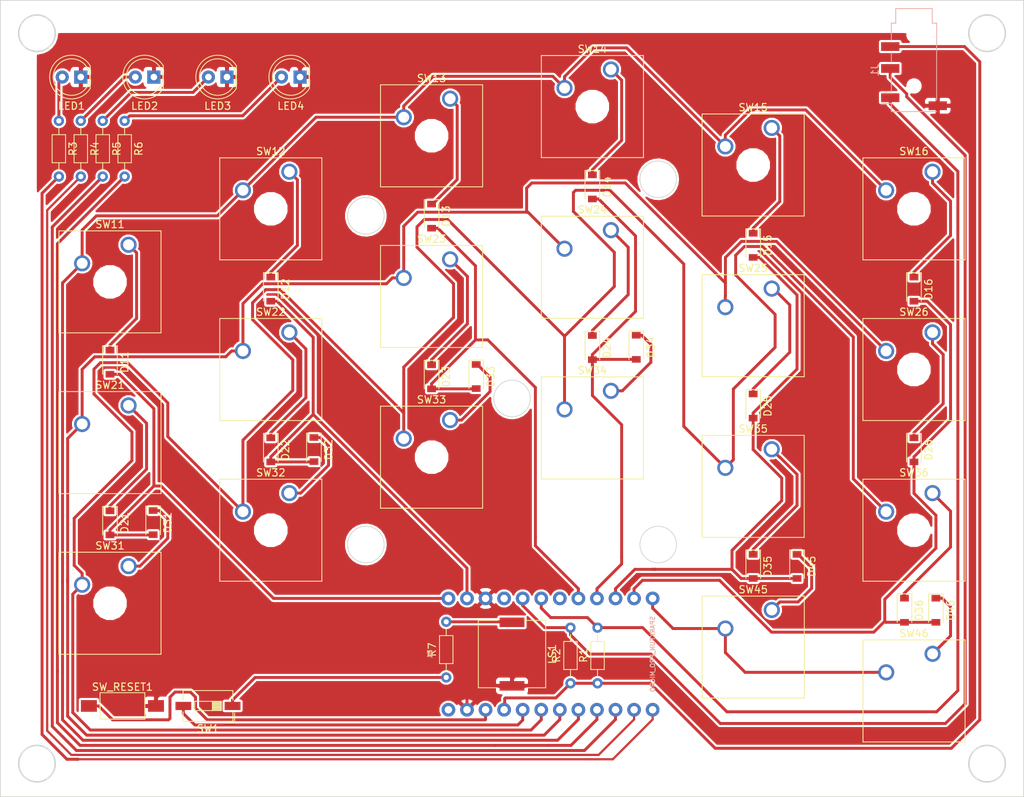
<source format=kicad_pcb>
(kicad_pcb (version 20171130) (host pcbnew "(5.0.1)-4")
  (layers (0 F.Cu signal) (31 B.Cu signal) (34 B.Paste user) (35 F.Paste user) (36 B.SilkS user) (37 F.SilkS user) (38 B.Mask user) (39 F.Mask user) (44 Edge.Cuts user))
  (net 0 "")
  (net 1 GND)
  (net 2 "Net-(B1-Pad5)")
  (net 3 "Net-(B1-Pad6)")
  (net 4 "Net-(B1-Pad7)")
  (net 5 /SPEAKER)
  (net 6 /ROW1)
  (net 7 /ROW2)
  (net 8 /ROW3)
  (net 9 /ROW4)
  (net 10 /COL6)
  (net 11 /COL5)
  (net 12 /COL4)
  (net 13 /COL3)
  (net 14 /COL2)
  (net 15 /COL1)
  (net 16 VCC)
  (net 17 "Net-(B1-Pad22)")
  (net 18 "Net-(D11-Pad1)")
  (net 19 "Net-(D12-Pad1)")
  (net 20 "Net-(D13-Pad1)")
  (net 21 "Net-(D14-Pad1)")
  (net 22 "Net-(D15-Pad1)")
  (net 23 "Net-(D16-Pad1)")
  (net 24 "Net-(D21-Pad1)")
  (net 25 "Net-(D22-Pad1)")
  (net 26 "Net-(D23-Pad1)")
  (net 27 "Net-(D24-Pad1)")
  (net 28 "Net-(D25-Pad1)")
  (net 29 "Net-(D26-Pad1)")
  (net 30 "Net-(D31-Pad1)")
  (net 31 "Net-(D32-Pad1)")
  (net 32 "Net-(D33-Pad1)")
  (net 33 "Net-(D34-Pad1)")
  (net 34 "Net-(D35-Pad1)")
  (net 35 "Net-(D36-Pad1)")
  (net 36 /LED3)
  (net 37 /LED4)
  (net 38 "Net-(B1-Pad4)")
  (net 39 /LED1)
  (net 40 /LED2)
  (net 41 "Net-(LED1-Pad2)")
  (net 42 "Net-(LED2-Pad2)")
  (net 43 "Net-(LED3-Pad2)")
  (net 44 "Net-(LED4-Pad2)")
  (net 45 "Net-(LS1-Pad1)")
  (net 46 "Net-(D45-Pad1)")
  (net 47 "Net-(D46-Pad1)")
  (net 48 "Net-(R7-Pad1)")
  (net 49 "Net-(B1-Pad13)")
  (module Buzzer_Beeper:Buzzer_Murata_PKMCS0909E4000-R1 (layer F.Cu) (at 142.8 159.67 270)
    (fp_text reference LS1 (at 0 -5.5 270) (layer F.SilkS))
    (fp_text value Speaker)
    (pad 2 smd rect (at 4.35 0 270) (size 1.3 3.4) (layers F.Cu F.Paste F.Mask) (net 1 GND))
    (pad 1 smd rect (at -4.35 0 270) (size 1.3 3.4) (layers F.Cu F.Paste F.Mask) (net 45 "Net-(LS1-Pad1)"))
  )
  (module Boards:SPARKFUN_PRO_MICRO (layer B.Cu) (at 146.8 159.67 270)
    (fp_text reference B1 (at 0 15.24 270) (layer B.SilkS) (effects (font (size 0.6096 0.6096) (thickness 0.127)) (justify mirror)))
    (fp_text value SPARKFUN_PRO_MICRO (at 0 -15.24 270) (layer B.SilkS) (effects (font (size 0.6096 0.6096) (thickness 0.127)) (justify mirror)))
    (pad 1 thru_hole circle (at -7.62 12.7 270) (size 1.8796 1.8796) (drill 1.016) (layers *.Cu *.Mask) (net 15 /COL1))
    (pad 2 thru_hole circle (at -7.62 10.16 270) (size 1.8796 1.8796) (drill 1.016) (layers *.Cu *.Mask) (net 14 /COL2))
    (pad 3 thru_hole circle (at -7.62 7.62 270) (size 1.8796 1.8796) (drill 1.016) (layers *.Cu *.Mask) (net 1 GND))
    (pad 4 thru_hole circle (at -7.62 5.08 270) (size 1.8796 1.8796) (drill 1.016) (layers *.Cu *.Mask) (net 38 "Net-(B1-Pad4)"))
    (pad 5 thru_hole circle (at -7.62 2.54 270) (size 1.8796 1.8796) (drill 1.016) (layers *.Cu *.Mask) (net 2 "Net-(B1-Pad5)"))
    (pad 6 thru_hole circle (at -7.62 0 270) (size 1.8796 1.8796) (drill 1.016) (layers *.Cu *.Mask) (net 3 "Net-(B1-Pad6)"))
    (pad 7 thru_hole circle (at -7.62 -2.54 270) (size 1.8796 1.8796) (drill 1.016) (layers *.Cu *.Mask) (net 4 "Net-(B1-Pad7)"))
    (pad 8 thru_hole circle (at -7.62 -5.08 270) (size 1.8796 1.8796) (drill 1.016) (layers *.Cu *.Mask) (net 13 /COL3))
    (pad 9 thru_hole circle (at -7.62 -7.62 270) (size 1.8796 1.8796) (drill 1.016) (layers *.Cu *.Mask) (net 12 /COL4))
    (pad 10 thru_hole circle (at -7.62 -10.16 270) (size 1.8796 1.8796) (drill 1.016) (layers *.Cu *.Mask) (net 11 /COL5))
    (pad 11 thru_hole circle (at -7.62 -12.7 270) (size 1.8796 1.8796) (drill 1.016) (layers *.Cu *.Mask) (net 10 /COL6))
    (pad 12 thru_hole circle (at -7.62 -15.24 270) (size 1.8796 1.8796) (drill 1.016) (layers *.Cu *.Mask) (net 9 /ROW4))
    (pad 13 thru_hole circle (at 7.62 -15.24 270) (size 1.8796 1.8796) (drill 1.016) (layers *.Cu *.Mask) (net 49 "Net-(B1-Pad13)"))
    (pad 14 thru_hole circle (at 7.62 -12.7 270) (size 1.8796 1.8796) (drill 1.016) (layers *.Cu *.Mask) (net 39 /LED1))
    (pad 15 thru_hole circle (at 7.62 -10.16 270) (size 1.8796 1.8796) (drill 1.016) (layers *.Cu *.Mask) (net 40 /LED2))
    (pad 16 thru_hole circle (at 7.62 -7.62 270) (size 1.8796 1.8796) (drill 1.016) (layers *.Cu *.Mask) (net 36 /LED3))
    (pad 17 thru_hole circle (at 7.62 -5.08 270) (size 1.8796 1.8796) (drill 1.016) (layers *.Cu *.Mask) (net 37 /LED4))
    (pad 18 thru_hole circle (at 7.62 -2.54 270) (size 1.8796 1.8796) (drill 1.016) (layers *.Cu *.Mask) (net 6 /ROW1))
    (pad 19 thru_hole circle (at 7.62 0 270) (size 1.8796 1.8796) (drill 1.016) (layers *.Cu *.Mask) (net 7 /ROW2))
    (pad 20 thru_hole circle (at 7.62 2.54 270) (size 1.8796 1.8796) (drill 1.016) (layers *.Cu *.Mask) (net 8 /ROW3))
    (pad 21 thru_hole circle (at 7.62 5.08 270) (size 1.8796 1.8796) (drill 1.016) (layers *.Cu *.Mask) (net 16 VCC))
    (pad 22 thru_hole circle (at 7.62 7.62 270) (size 1.8796 1.8796) (drill 1.016) (layers *.Cu *.Mask) (net 17 "Net-(B1-Pad22)"))
    (pad 23 thru_hole circle (at 7.62 10.16 270) (size 1.8796 1.8796) (drill 1.016) (layers *.Cu *.Mask) (net 1 GND))
    (pad 24 thru_hole circle (at 7.62 12.7 270) (size 1.8796 1.8796) (drill 1.016) (layers *.Cu *.Mask) (net 5 /SPEAKER))
  )
  (module Connector_Audio:Jack_3.5mm_PJ320D_Horizontal (layer B.Cu) (at 197.8 79.67 270)
    (fp_text reference J1 (at 0.05 5.35 270) (layer B.SilkS) (effects (justify mirror)))
    (fp_text value AudioJack4_Ground)
    (pad "" np_thru_hole circle (at 2.225 0 270) (size 1.5 1.5) (drill 1.5) (layers *.Cu *.Mask))
    (pad "" np_thru_hole circle (at -4.775 0 270) (size 1.5 1.5) (drill 1.5) (layers *.Cu *.Mask))
    (pad 3 smd rect (at -3.175 3.25 270) (size 1.2 2.5) (layers F.Cu B.Paste B.Mask) (net 16 VCC))
    (pad 2 smd rect (at -0.175 3.25 270) (size 1.2 2.5) (layers F.Cu B.Paste B.Mask) (net 2 "Net-(B1-Pad5)"))
    (pad 1 smd rect (at 3.825 3.25 270) (size 1.2 2.5) (layers F.Cu B.Paste B.Mask) (net 3 "Net-(B1-Pad6)"))
    (pad 4 smd rect (at 4.925 -3.25 270) (size 1.2 2.5) (layers F.Cu B.Paste B.Mask) (net 1 GND))
  )
  (module Button_Switch_Keyboard:SW_Cherry_MX1A_1.00u_Plate (layer F.Cu) (at 90.335109 103.630759)
    (fp_text reference SW11 (at -2.54 -2.794) (layer F.SilkS))
    (fp_text value SW_Push)
    (pad "" np_thru_hole circle (at -2.54 5.08) (size 4 4) (drill 4) (layers *.Cu *.Mask))
    (pad 2 thru_hole circle (at -6.35 2.54) (size 2.2 2.2) (drill 1.5) (layers *.Cu *.Mask) (net 6 /ROW1))
    (pad 1 thru_hole circle (at 0 0) (size 2.2 2.2) (drill 1.5) (layers *.Cu *.Mask) (net 18 "Net-(D11-Pad1)"))
  )
  (module Button_Switch_Keyboard:SW_Cherry_MX1A_1.00u_Plate (layer F.Cu) (at 90.335109 147.630759)
    (fp_text reference SW31 (at -2.54 -2.794) (layer F.SilkS))
    (fp_text value SW_Push)
    (pad 1 thru_hole circle (at 0 0) (size 2.2 2.2) (drill 1.5) (layers *.Cu *.Mask) (net 30 "Net-(D31-Pad1)"))
    (pad 2 thru_hole circle (at -6.35 2.54) (size 2.2 2.2) (drill 1.5) (layers *.Cu *.Mask) (net 8 /ROW3))
    (pad "" np_thru_hole circle (at -2.54 5.08) (size 4 4) (drill 4) (layers *.Cu *.Mask))
  )
  (module Button_Switch_Keyboard:SW_Cherry_MX1A_1.00u_Plate (layer F.Cu) (at 90.335109 125.630759)
    (fp_text reference SW21 (at -2.54 -2.794) (layer F.SilkS))
    (fp_text value SW_Push)
    (pad 1 thru_hole circle (at 0 0) (size 2.2 2.2) (drill 1.5) (layers *.Cu *.Mask) (net 24 "Net-(D21-Pad1)"))
    (pad 2 thru_hole circle (at -6.35 2.54) (size 2.2 2.2) (drill 1.5) (layers *.Cu *.Mask) (net 7 /ROW2))
    (pad "" np_thru_hole circle (at -2.54 5.08) (size 4 4) (drill 4) (layers *.Cu *.Mask))
  )
  (module Button_Switch_Keyboard:SW_Cherry_MX1A_1.00u_Plate (layer F.Cu) (at 112.335109 115.630759)
    (fp_text reference SW22 (at -2.54 -2.794) (layer F.SilkS))
    (fp_text value SW_Push)
    (pad "" np_thru_hole circle (at -2.54 5.08) (size 4 4) (drill 4) (layers *.Cu *.Mask))
    (pad 2 thru_hole circle (at -6.35 2.54) (size 2.2 2.2) (drill 1.5) (layers *.Cu *.Mask) (net 7 /ROW2))
    (pad 1 thru_hole circle (at 0 0) (size 2.2 2.2) (drill 1.5) (layers *.Cu *.Mask) (net 25 "Net-(D22-Pad1)"))
  )
  (module Button_Switch_Keyboard:SW_Cherry_MX1A_1.00u_Plate (layer F.Cu) (at 178.335109 109.630759)
    (fp_text reference SW25 (at -2.54 -2.794) (layer F.SilkS))
    (fp_text value SW_Push)
    (pad 1 thru_hole circle (at 0 0) (size 2.2 2.2) (drill 1.5) (layers *.Cu *.Mask) (net 28 "Net-(D25-Pad1)"))
    (pad 2 thru_hole circle (at -6.35 2.54) (size 2.2 2.2) (drill 1.5) (layers *.Cu *.Mask) (net 7 /ROW2))
    (pad "" np_thru_hole circle (at -2.54 5.08) (size 4 4) (drill 4) (layers *.Cu *.Mask))
  )
  (module Diode_SMD:D_SOD-123 (layer F.Cu) (at 109.795109 109.710759 270)
    (fp_text reference D12 (at 0 -2 270) (layer F.SilkS))
    (fp_text value DIODE)
    (pad 1 smd rect (at -1.65 0 270) (size 0.9 1.2) (layers F.Cu F.Paste F.Mask) (net 19 "Net-(D12-Pad1)"))
    (pad 2 smd rect (at 1.65 0 270) (size 0.9 1.2) (layers F.Cu F.Paste F.Mask) (net 14 /COL2))
  )
  (module Diode_SMD:D_SOD-123 (layer F.Cu) (at 87.795109 119.710759 270)
    (fp_text reference D11 (at 0 -2 270) (layer F.SilkS))
    (fp_text value DIODE)
    (pad 1 smd rect (at -1.65 0 270) (size 0.9 1.2) (layers F.Cu F.Paste F.Mask) (net 18 "Net-(D11-Pad1)"))
    (pad 2 smd rect (at 1.65 0 270) (size 0.9 1.2) (layers F.Cu F.Paste F.Mask) (net 15 /COL1))
  )
  (module Diode_SMD:D_SOD-123 (layer F.Cu) (at 153.795109 95.710759 270)
    (fp_text reference D14 (at 0 -2 270) (layer F.SilkS))
    (fp_text value DIODE)
    (pad 2 smd rect (at 1.65 0 270) (size 0.9 1.2) (layers F.Cu F.Paste F.Mask) (net 12 /COL4))
    (pad 1 smd rect (at -1.65 0 270) (size 0.9 1.2) (layers F.Cu F.Paste F.Mask) (net 21 "Net-(D14-Pad1)"))
  )
  (module Button_Switch_Keyboard:SW_Cherry_MX1A_1.00u_Plate (layer F.Cu) (at 156.335109 79.630759)
    (fp_text reference SW14 (at -2.54 -2.794) (layer F.SilkS))
    (fp_text value SW_Push)
    (pad 1 thru_hole circle (at 0 0) (size 2.2 2.2) (drill 1.5) (layers *.Cu *.Mask) (net 21 "Net-(D14-Pad1)"))
    (pad 2 thru_hole circle (at -6.35 2.54) (size 2.2 2.2) (drill 1.5) (layers *.Cu *.Mask) (net 6 /ROW1))
    (pad "" np_thru_hole circle (at -2.54 5.08) (size 4 4) (drill 4) (layers *.Cu *.Mask))
  )
  (module Button_Switch_Keyboard:SW_Cherry_MX1A_1.00u_Plate (layer F.Cu) (at 200.335109 137.630759)
    (fp_text reference SW36 (at -2.54 -2.794) (layer F.SilkS))
    (fp_text value SW_Push)
    (pad "" np_thru_hole circle (at -2.54 5.08) (size 4 4) (drill 4) (layers *.Cu *.Mask))
    (pad 2 thru_hole circle (at -6.35 2.54) (size 2.2 2.2) (drill 1.5) (layers *.Cu *.Mask) (net 8 /ROW3))
    (pad 1 thru_hole circle (at 0 0) (size 2.2 2.2) (drill 1.5) (layers *.Cu *.Mask) (net 35 "Net-(D36-Pad1)"))
  )
  (module Resistor_THT:R_Axial_DIN0204_L3.6mm_D1.6mm_P7.62mm_Horizontal (layer F.Cu) (at 86.8 86.67 270)
    (fp_text reference R5 (at 3.81 -1.92 270) (layer F.SilkS))
    (fp_text value R)
    (pad 2 thru_hole oval (at 7.62 0 270) (size 1.4 1.4) (drill 0.7) (layers *.Cu *.Mask) (net 36 /LED3))
    (pad 1 thru_hole circle (at 0 0 270) (size 1.4 1.4) (drill 0.7) (layers *.Cu *.Mask) (net 43 "Net-(LED3-Pad2)"))
  )
  (module LED_THT:LED_D5.0mm (layer F.Cu) (at 103.8 80.67 180)
    (fp_text reference LED3 (at 1.27 -3.96 180) (layer F.SilkS))
    (fp_text value LED)
    (pad 2 thru_hole circle (at 2.54 0 180) (size 1.8 1.8) (drill 0.9) (layers *.Cu *.Mask) (net 43 "Net-(LED3-Pad2)"))
    (pad 1 thru_hole rect (at 0 0 180) (size 1.8 1.8) (drill 0.9) (layers *.Cu *.Mask) (net 1 GND))
  )
  (module Resistor_THT:R_Axial_DIN0204_L3.6mm_D1.6mm_P7.62mm_Horizontal (layer F.Cu) (at 80.8 86.67 270)
    (fp_text reference R3 (at 3.81 -1.92 270) (layer F.SilkS))
    (fp_text value R)
    (pad 2 thru_hole oval (at 7.62 0 270) (size 1.4 1.4) (drill 0.7) (layers *.Cu *.Mask) (net 39 /LED1))
    (pad 1 thru_hole circle (at 0 0 270) (size 1.4 1.4) (drill 0.7) (layers *.Cu *.Mask) (net 41 "Net-(LED1-Pad2)"))
  )
  (module Resistor_THT:R_Axial_DIN0204_L3.6mm_D1.6mm_P7.62mm_Horizontal (layer F.Cu) (at 89.8 86.67 270)
    (fp_text reference R6 (at 3.81 -1.92 270) (layer F.SilkS))
    (fp_text value R)
    (pad 2 thru_hole oval (at 7.62 0 270) (size 1.4 1.4) (drill 0.7) (layers *.Cu *.Mask) (net 37 /LED4))
    (pad 1 thru_hole circle (at 0 0 270) (size 1.4 1.4) (drill 0.7) (layers *.Cu *.Mask) (net 44 "Net-(LED4-Pad2)"))
  )
  (module Resistor_THT:R_Axial_DIN0204_L3.6mm_D1.6mm_P7.62mm_Horizontal (layer F.Cu) (at 133.8 162.87 90)
    (fp_text reference R7 (at 3.81 -1.92 90) (layer F.SilkS))
    (fp_text value R)
    (pad 1 thru_hole circle (at 0 0 90) (size 1.4 1.4) (drill 0.7) (layers *.Cu *.Mask) (net 48 "Net-(R7-Pad1)"))
    (pad 2 thru_hole oval (at 7.62 0 90) (size 1.4 1.4) (drill 0.7) (layers *.Cu *.Mask) (net 45 "Net-(LS1-Pad1)"))
  )
  (module LED_THT:LED_D5.0mm (layer F.Cu) (at 83.8 80.67 180)
    (fp_text reference LED1 (at 1.27 -3.96 180) (layer F.SilkS))
    (fp_text value LED)
    (pad 2 thru_hole circle (at 2.54 0 180) (size 1.8 1.8) (drill 0.9) (layers *.Cu *.Mask) (net 41 "Net-(LED1-Pad2)"))
    (pad 1 thru_hole rect (at 0 0 180) (size 1.8 1.8) (drill 0.9) (layers *.Cu *.Mask) (net 1 GND))
  )
  (module Resistor_THT:R_Axial_DIN0204_L3.6mm_D1.6mm_P7.62mm_Horizontal (layer F.Cu) (at 83.8 86.67 270)
    (fp_text reference R4 (at 3.81 -1.92 270) (layer F.SilkS))
    (fp_text value R)
    (pad 2 thru_hole oval (at 7.62 0 270) (size 1.4 1.4) (drill 0.7) (layers *.Cu *.Mask) (net 40 /LED2))
    (pad 1 thru_hole circle (at 0 0 270) (size 1.4 1.4) (drill 0.7) (layers *.Cu *.Mask) (net 42 "Net-(LED2-Pad2)"))
  )
  (module LED_THT:LED_D5.0mm (layer F.Cu) (at 113.8 80.67 180)
    (fp_text reference LED4 (at 1.27 -3.96 180) (layer F.SilkS))
    (fp_text value LED)
    (pad 1 thru_hole rect (at 0 0 180) (size 1.8 1.8) (drill 0.9) (layers *.Cu *.Mask) (net 1 GND))
    (pad 2 thru_hole circle (at 2.54 0 180) (size 1.8 1.8) (drill 0.9) (layers *.Cu *.Mask) (net 44 "Net-(LED4-Pad2)"))
  )
  (module LED_THT:LED_D5.0mm (layer F.Cu) (at 93.8 80.67 180)
    (fp_text reference LED2 (at 1.27 -3.96 180) (layer F.SilkS))
    (fp_text value LED)
    (pad 1 thru_hole rect (at 0 0 180) (size 1.8 1.8) (drill 0.9) (layers *.Cu *.Mask) (net 1 GND))
    (pad 2 thru_hole circle (at 2.54 0 180) (size 1.8 1.8) (drill 0.9) (layers *.Cu *.Mask) (net 42 "Net-(LED2-Pad2)"))
  )
  (module Diode_SMD:D_SOD-123 (layer F.Cu) (at 153.795109 117.710759 270)
    (fp_text reference D24 (at 0 -2 270) (layer F.SilkS))
    (fp_text value DIODE)
    (pad 1 smd rect (at -1.65 0 270) (size 0.9 1.2) (layers F.Cu F.Paste F.Mask) (net 27 "Net-(D24-Pad1)"))
    (pad 2 smd rect (at 1.65 0 270) (size 0.9 1.2) (layers F.Cu F.Paste F.Mask) (net 12 /COL4))
  )
  (module Diode_SMD:D_SOD-123 (layer F.Cu) (at 196.5 153.67 270)
    (fp_text reference D36 (at 0 -2 270) (layer F.SilkS))
    (fp_text value DIODE)
    (pad 1 smd rect (at -1.65 0 270) (size 0.9 1.2) (layers F.Cu F.Paste F.Mask) (net 35 "Net-(D36-Pad1)"))
    (pad 2 smd rect (at 1.65 0 270) (size 0.9 1.2) (layers F.Cu F.Paste F.Mask) (net 10 /COL6))
  )
  (module Diode_SMD:D_SOD-123 (layer F.Cu) (at 131.795109 99.710759 270)
    (fp_text reference D13 (at 0 -2 270) (layer F.SilkS))
    (fp_text value DIODE)
    (pad 2 smd rect (at 1.65 0 270) (size 0.9 1.2) (layers F.Cu F.Paste F.Mask) (net 13 /COL3))
    (pad 1 smd rect (at -1.65 0 270) (size 0.9 1.2) (layers F.Cu F.Paste F.Mask) (net 20 "Net-(D13-Pad1)"))
  )
  (module Button_Switch_Keyboard:SW_Cherry_MX1A_1.00u_Plate (layer F.Cu) (at 134.335109 127.630759)
    (fp_text reference SW33 (at -2.54 -2.794) (layer F.SilkS))
    (fp_text value SW_Push)
    (pad "" np_thru_hole circle (at -2.54 5.08) (size 4 4) (drill 4) (layers *.Cu *.Mask))
    (pad 2 thru_hole circle (at -6.35 2.54) (size 2.2 2.2) (drill 1.5) (layers *.Cu *.Mask) (net 8 /ROW3))
    (pad 1 thru_hole circle (at 0 0) (size 2.2 2.2) (drill 1.5) (layers *.Cu *.Mask) (net 32 "Net-(D33-Pad1)"))
  )
  (module Diode_SMD:D_SOD-123 (layer F.Cu) (at 197.795109 131.710759 270)
    (fp_text reference D26 (at 0 -2 270) (layer F.SilkS))
    (fp_text value DIODE)
    (pad 1 smd rect (at -1.65 0 270) (size 0.9 1.2) (layers F.Cu F.Paste F.Mask) (net 29 "Net-(D26-Pad1)"))
    (pad 2 smd rect (at 1.65 0 270) (size 0.9 1.2) (layers F.Cu F.Paste F.Mask) (net 10 /COL6))
  )
  (module Button_Switch_Keyboard:SW_Cherry_MX1A_1.00u_Plate (layer F.Cu) (at 178.335109 131.630759)
    (fp_text reference SW35 (at -2.54 -2.794) (layer F.SilkS))
    (fp_text value SW_Push)
    (pad "" np_thru_hole circle (at -2.54 5.08) (size 4 4) (drill 4) (layers *.Cu *.Mask))
    (pad 2 thru_hole circle (at -6.35 2.54) (size 2.2 2.2) (drill 1.5) (layers *.Cu *.Mask) (net 8 /ROW3))
    (pad 1 thru_hole circle (at 0 0) (size 2.2 2.2) (drill 1.5) (layers *.Cu *.Mask) (net 34 "Net-(D35-Pad1)"))
  )
  (module Diode_SMD:D_SOD-123 (layer F.Cu) (at 137.9 121.67 270)
    (fp_text reference D33 (at 0 -2 270) (layer F.SilkS))
    (fp_text value DIODE)
    (pad 2 smd rect (at 1.65 0 270) (size 0.9 1.2) (layers F.Cu F.Paste F.Mask) (net 13 /COL3))
    (pad 1 smd rect (at -1.65 0 270) (size 0.9 1.2) (layers F.Cu F.Paste F.Mask) (net 32 "Net-(D33-Pad1)"))
  )
  (module Diode_SMD:D_SOD-123 (layer F.Cu) (at 93.7 141.67 270)
    (fp_text reference D31 (at 0 -2 270) (layer F.SilkS))
    (fp_text value DIODE)
    (pad 2 smd rect (at 1.65 0 270) (size 0.9 1.2) (layers F.Cu F.Paste F.Mask) (net 15 /COL1))
    (pad 1 smd rect (at -1.65 0 270) (size 0.9 1.2) (layers F.Cu F.Paste F.Mask) (net 30 "Net-(D31-Pad1)"))
  )
  (module Diode_SMD:D_SOD-123 (layer F.Cu) (at 175.795109 125.710759 270)
    (fp_text reference D25 (at 0 -2 270) (layer F.SilkS))
    (fp_text value DIODE)
    (pad 2 smd rect (at 1.65 0 270) (size 0.9 1.2) (layers F.Cu F.Paste F.Mask) (net 11 /COL5))
    (pad 1 smd rect (at -1.65 0 270) (size 0.9 1.2) (layers F.Cu F.Paste F.Mask) (net 28 "Net-(D25-Pad1)"))
  )
  (module Resistor_THT:R_Axial_DIN0204_L3.6mm_D1.6mm_P7.62mm_Horizontal (layer F.Cu) (at 150.8 163.67 90)
    (fp_text reference R2 (at 3.81 -1.92 90) (layer F.SilkS))
    (fp_text value R)
    (pad 1 thru_hole circle (at 0 0 90) (size 1.4 1.4) (drill 0.7) (layers *.Cu *.Mask) (net 16 VCC))
    (pad 2 thru_hole oval (at 7.62 0 90) (size 1.4 1.4) (drill 0.7) (layers *.Cu *.Mask) (net 2 "Net-(B1-Pad5)"))
  )
  (module Button_Switch_Keyboard:SW_Cherry_MX1A_1.00u_Plate (layer F.Cu) (at 134.335109 83.630759)
    (fp_text reference SW13 (at -2.54 -2.794) (layer F.SilkS))
    (fp_text value SW_Push)
    (pad "" np_thru_hole circle (at -2.54 5.08) (size 4 4) (drill 4) (layers *.Cu *.Mask))
    (pad 2 thru_hole circle (at -6.35 2.54) (size 2.2 2.2) (drill 1.5) (layers *.Cu *.Mask) (net 6 /ROW1))
    (pad 1 thru_hole circle (at 0 0) (size 2.2 2.2) (drill 1.5) (layers *.Cu *.Mask) (net 20 "Net-(D13-Pad1)"))
  )
  (module Button_Switch_Keyboard:SW_Cherry_MX1A_1.00u_Plate (layer F.Cu) (at 156.335109 101.630759)
    (fp_text reference SW24 (at -2.54 -2.794) (layer F.SilkS))
    (fp_text value SW_Push)
    (pad "" np_thru_hole circle (at -2.54 5.08) (size 4 4) (drill 4) (layers *.Cu *.Mask))
    (pad 2 thru_hole circle (at -6.35 2.54) (size 2.2 2.2) (drill 1.5) (layers *.Cu *.Mask) (net 7 /ROW2))
    (pad 1 thru_hole circle (at 0 0) (size 2.2 2.2) (drill 1.5) (layers *.Cu *.Mask) (net 27 "Net-(D24-Pad1)"))
  )
  (module Diode_SMD:D_SOD-123 (layer F.Cu) (at 175.8 147.67 270)
    (fp_text reference D35 (at 0 -2 270) (layer F.SilkS))
    (fp_text value DIODE)
    (pad 2 smd rect (at 1.65 0 270) (size 0.9 1.2) (layers F.Cu F.Paste F.Mask) (net 11 /COL5))
    (pad 1 smd rect (at -1.65 0 270) (size 0.9 1.2) (layers F.Cu F.Paste F.Mask) (net 34 "Net-(D35-Pad1)"))
  )
  (module Diode_SMD:D_SOD-123 (layer F.Cu) (at 87.795109 141.710759 270)
    (fp_text reference D21 (at 0 -2 270) (layer F.SilkS))
    (fp_text value DIODE)
    (pad 2 smd rect (at 1.65 0 270) (size 0.9 1.2) (layers F.Cu F.Paste F.Mask) (net 15 /COL1))
    (pad 1 smd rect (at -1.65 0 270) (size 0.9 1.2) (layers F.Cu F.Paste F.Mask) (net 24 "Net-(D21-Pad1)"))
  )
  (module Button_Switch_Keyboard:SW_Cherry_MX1A_1.00u_Plate (layer F.Cu) (at 156.335109 123.630759)
    (fp_text reference SW34 (at -2.54 -2.794) (layer F.SilkS))
    (fp_text value SW_Push)
    (pad 1 thru_hole circle (at 0 0) (size 2.2 2.2) (drill 1.5) (layers *.Cu *.Mask) (net 33 "Net-(D34-Pad1)"))
    (pad 2 thru_hole circle (at -6.35 2.54) (size 2.2 2.2) (drill 1.5) (layers *.Cu *.Mask) (net 8 /ROW3))
    (pad "" np_thru_hole circle (at -2.54 5.08) (size 4 4) (drill 4) (layers *.Cu *.Mask))
  )
  (module Button_Switch_Keyboard:SW_Cherry_MX1A_1.00u_Plate (layer F.Cu) (at 112.335109 93.630759)
    (fp_text reference SW12 (at -2.54 -2.794) (layer F.SilkS))
    (fp_text value SW_Push)
    (pad "" np_thru_hole circle (at -2.54 5.08) (size 4 4) (drill 4) (layers *.Cu *.Mask))
    (pad 2 thru_hole circle (at -6.35 2.54) (size 2.2 2.2) (drill 1.5) (layers *.Cu *.Mask) (net 6 /ROW1))
    (pad 1 thru_hole circle (at 0 0) (size 2.2 2.2) (drill 1.5) (layers *.Cu *.Mask) (net 19 "Net-(D12-Pad1)"))
  )
  (module Diode_SMD:D_SOD-123 (layer F.Cu) (at 115.7 131.67 270)
    (fp_text reference D32 (at 0 -2 270) (layer F.SilkS))
    (fp_text value DIODE)
    (pad 2 smd rect (at 1.65 0 270) (size 0.9 1.2) (layers F.Cu F.Paste F.Mask) (net 14 /COL2))
    (pad 1 smd rect (at -1.65 0 270) (size 0.9 1.2) (layers F.Cu F.Paste F.Mask) (net 31 "Net-(D32-Pad1)"))
  )
  (module Button_Switch_Keyboard:SW_Cherry_MX1A_1.00u_Plate (layer F.Cu) (at 134.335109 105.630759)
    (fp_text reference SW23 (at -2.54 -2.794) (layer F.SilkS))
    (fp_text value SW_Push)
    (pad 1 thru_hole circle (at 0 0) (size 2.2 2.2) (drill 1.5) (layers *.Cu *.Mask) (net 26 "Net-(D23-Pad1)"))
    (pad 2 thru_hole circle (at -6.35 2.54) (size 2.2 2.2) (drill 1.5) (layers *.Cu *.Mask) (net 7 /ROW2))
    (pad "" np_thru_hole circle (at -2.54 5.08) (size 4 4) (drill 4) (layers *.Cu *.Mask))
  )
  (module Button_Switch_Keyboard:SW_Cherry_MX1A_1.00u_Plate (layer F.Cu) (at 112.335109 137.630759)
    (fp_text reference SW32 (at -2.54 -2.794) (layer F.SilkS))
    (fp_text value SW_Push)
    (pad 1 thru_hole circle (at 0 0) (size 2.2 2.2) (drill 1.5) (layers *.Cu *.Mask) (net 31 "Net-(D32-Pad1)"))
    (pad 2 thru_hole circle (at -6.35 2.54) (size 2.2 2.2) (drill 1.5) (layers *.Cu *.Mask) (net 8 /ROW3))
    (pad "" np_thru_hole circle (at -2.54 5.08) (size 4 4) (drill 4) (layers *.Cu *.Mask))
  )
  (module Diode_SMD:D_SOD-123 (layer F.Cu) (at 175.795109 103.710759 270)
    (fp_text reference D15 (at 0 -2 270) (layer F.SilkS))
    (fp_text value DIODE)
    (pad 1 smd rect (at -1.65 0 270) (size 0.9 1.2) (layers F.Cu F.Paste F.Mask) (net 22 "Net-(D15-Pad1)"))
    (pad 2 smd rect (at 1.65 0 270) (size 0.9 1.2) (layers F.Cu F.Paste F.Mask) (net 11 /COL5))
  )
  (module Diode_SMD:D_SOD-123 (layer F.Cu) (at 197.795109 109.710759 270)
    (fp_text reference D16 (at 0 -2 270) (layer F.SilkS))
    (fp_text value DIODE)
    (pad 1 smd rect (at -1.65 0 270) (size 0.9 1.2) (layers F.Cu F.Paste F.Mask) (net 23 "Net-(D16-Pad1)"))
    (pad 2 smd rect (at 1.65 0 270) (size 0.9 1.2) (layers F.Cu F.Paste F.Mask) (net 10 /COL6))
  )
  (module Diode_SMD:D_SOD-123 (layer F.Cu) (at 159.8 117.67 270)
    (fp_text reference D34 (at 0 -2 270) (layer F.SilkS))
    (fp_text value DIODE)
    (pad 1 smd rect (at -1.65 0 270) (size 0.9 1.2) (layers F.Cu F.Paste F.Mask) (net 33 "Net-(D34-Pad1)"))
    (pad 2 smd rect (at 1.65 0 270) (size 0.9 1.2) (layers F.Cu F.Paste F.Mask) (net 12 /COL4))
  )
  (module Button_Switch_Keyboard:SW_Cherry_MX1A_1.00u_Plate (layer F.Cu) (at 178.335109 87.630759)
    (fp_text reference SW15 (at -2.54 -2.794) (layer F.SilkS))
    (fp_text value SW_Push)
    (pad "" np_thru_hole circle (at -2.54 5.08) (size 4 4) (drill 4) (layers *.Cu *.Mask))
    (pad 2 thru_hole circle (at -6.35 2.54) (size 2.2 2.2) (drill 1.5) (layers *.Cu *.Mask) (net 6 /ROW1))
    (pad 1 thru_hole circle (at 0 0) (size 2.2 2.2) (drill 1.5) (layers *.Cu *.Mask) (net 22 "Net-(D15-Pad1)"))
  )
  (module Diode_SMD:D_SOD-123 (layer F.Cu) (at 131.795109 121.710759 270)
    (fp_text reference D23 (at 0 -2 270) (layer F.SilkS))
    (fp_text value DIODE)
    (pad 2 smd rect (at 1.65 0 270) (size 0.9 1.2) (layers F.Cu F.Paste F.Mask) (net 13 /COL3))
    (pad 1 smd rect (at -1.65 0 270) (size 0.9 1.2) (layers F.Cu F.Paste F.Mask) (net 26 "Net-(D23-Pad1)"))
  )
  (module Resistor_THT:R_Axial_DIN0204_L3.6mm_D1.6mm_P7.62mm_Horizontal (layer F.Cu) (at 154.5 163.67 90)
    (fp_text reference R1 (at 3.81 -1.92 90) (layer F.SilkS))
    (fp_text value R)
    (pad 2 thru_hole oval (at 7.62 0 90) (size 1.4 1.4) (drill 0.7) (layers *.Cu *.Mask) (net 3 "Net-(B1-Pad6)"))
    (pad 1 thru_hole circle (at 0 0 90) (size 1.4 1.4) (drill 0.7) (layers *.Cu *.Mask) (net 16 VCC))
  )
  (module Button_Switch_Keyboard:SW_Cherry_MX1A_1.00u_Plate (layer F.Cu) (at 200.335109 93.630759)
    (fp_text reference SW16 (at -2.54 -2.794) (layer F.SilkS))
    (fp_text value SW_Push)
    (pad 1 thru_hole circle (at 0 0) (size 2.2 2.2) (drill 1.5) (layers *.Cu *.Mask) (net 23 "Net-(D16-Pad1)"))
    (pad 2 thru_hole circle (at -6.35 2.54) (size 2.2 2.2) (drill 1.5) (layers *.Cu *.Mask) (net 6 /ROW1))
    (pad "" np_thru_hole circle (at -2.54 5.08) (size 4 4) (drill 4) (layers *.Cu *.Mask))
  )
  (module Diode_SMD:D_SOD-123 (layer F.Cu) (at 109.795109 131.710759 270)
    (fp_text reference D22 (at 0 -2 270) (layer F.SilkS))
    (fp_text value DIODE)
    (pad 2 smd rect (at 1.65 0 270) (size 0.9 1.2) (layers F.Cu F.Paste F.Mask) (net 14 /COL2))
    (pad 1 smd rect (at -1.65 0 270) (size 0.9 1.2) (layers F.Cu F.Paste F.Mask) (net 25 "Net-(D22-Pad1)"))
  )
  (module Button_Switch_Keyboard:SW_Cherry_MX1A_1.00u_Plate (layer F.Cu) (at 200.335109 115.630759)
    (fp_text reference SW26 (at -2.54 -2.794) (layer F.SilkS))
    (fp_text value SW_Push)
    (pad "" np_thru_hole circle (at -2.54 5.08) (size 4 4) (drill 4) (layers *.Cu *.Mask))
    (pad 2 thru_hole circle (at -6.35 2.54) (size 2.2 2.2) (drill 1.5) (layers *.Cu *.Mask) (net 7 /ROW2))
    (pad 1 thru_hole circle (at 0 0) (size 2.2 2.2) (drill 1.5) (layers *.Cu *.Mask) (net 29 "Net-(D26-Pad1)"))
  )
  (module Diode_SMD:D_SOD-123 (layer F.Cu) (at 181.8 147.67 270)
    (fp_text reference D45 (at 0 -2 270) (layer F.SilkS))
    (fp_text value DIODE)
    (pad 2 smd rect (at 1.65 0 270) (size 0.9 1.2) (layers F.Cu F.Paste F.Mask) (net 11 /COL5))
    (pad 1 smd rect (at -1.65 0 270) (size 0.9 1.2) (layers F.Cu F.Paste F.Mask) (net 46 "Net-(D45-Pad1)"))
  )
  (module Diode_SMD:D_SOD-123 (layer F.Cu) (at 200.8 153.67 270)
    (fp_text reference D46 (at 0 -2 270) (layer F.SilkS))
    (fp_text value DIODE)
    (pad 1 smd rect (at -1.65 0 270) (size 0.9 1.2) (layers F.Cu F.Paste F.Mask) (net 47 "Net-(D46-Pad1)"))
    (pad 2 smd rect (at 1.65 0 270) (size 0.9 1.2) (layers F.Cu F.Paste F.Mask) (net 10 /COL6))
  )
  (module Button_Switch_Keyboard:SW_Cherry_MX1A_1.00u_Plate (layer F.Cu) (at 178.344891 153.630759)
    (fp_text reference SW45 (at -2.54 -2.794) (layer F.SilkS))
    (fp_text value SW_Push)
    (pad "" np_thru_hole circle (at -2.54 5.08) (size 4 4) (drill 4) (layers *.Cu *.Mask))
    (pad 2 thru_hole circle (at -6.35 2.54) (size 2.2 2.2) (drill 1.5) (layers *.Cu *.Mask) (net 9 /ROW4))
    (pad 1 thru_hole circle (at 0 0) (size 2.2 2.2) (drill 1.5) (layers *.Cu *.Mask) (net 46 "Net-(D45-Pad1)"))
  )
  (module Button_Switch_Keyboard:SW_Cherry_MX1A_1.00u_Plate (layer F.Cu) (at 200.344891 159.630759)
    (fp_text reference SW46 (at -2.54 -2.794) (layer F.SilkS))
    (fp_text value SW_Push)
    (pad 1 thru_hole circle (at 0 0) (size 2.2 2.2) (drill 1.5) (layers *.Cu *.Mask) (net 47 "Net-(D46-Pad1)"))
    (pad 2 thru_hole circle (at -6.35 2.54) (size 2.2 2.2) (drill 1.5) (layers *.Cu *.Mask) (net 9 /ROW4))
    (pad "" np_thru_hole circle (at -2.54 5.08) (size 4 4) (drill 4) (layers *.Cu *.Mask))
  )
  (module Button_Switch_SMD:SW_DIP_SPSTx01_Slide_6.7x4.1mm_W6.73mm_P2.54mm_LowProfile_JPin (layer F.Cu) (at 101.2 166.77 180)
    (fp_text reference SW1 (at 0 -3.11 180) (layer F.SilkS))
    (fp_text value SW_DIP_x01)
    (pad 1 smd rect (at -3.365 0 180) (size 2.16 1.12) (layers F.Cu F.Paste F.Mask) (net 48 "Net-(R7-Pad1)"))
    (pad 2 smd rect (at 3.365 0 180) (size 2.16 1.12) (layers F.Cu F.Paste F.Mask) (net 5 /SPEAKER))
  )
  (module Button_Switch_SMD:SW_SPST_FSMSM (layer F.Cu) (at 89.5 166.77)
    (fp_text reference SW_RESET1 (at 0 -2.6) (layer F.SilkS))
    (fp_text value SW_Push)
    (pad 1 smd rect (at -4.59 0) (size 2.18 1.6) (layers F.Cu F.Paste F.Mask) (net 17 "Net-(B1-Pad22)"))
    (pad 2 smd rect (at 4.59 0) (size 2.18 1.6) (layers F.Cu F.Paste F.Mask) (net 1 GND))
  )
  (gr_circle (center 207.8 74.67) (end 207.8 72.17) (layer Edge.Cuts) (width 0.2))
  (gr_circle (center 207.8 174.67) (end 207.8 177.17) (layer Edge.Cuts) (width 0.2))
  (gr_circle (center 77.8 174.67) (end 77.8 177.17) (layer Edge.Cuts) (width 0.2))
  (gr_circle (center 77.8 74.67) (end 77.8 72.17) (layer Edge.Cuts) (width 0.2))
  (gr_circle (center 122.8 144.67) (end 122.8 142.17) (layer Edge.Cuts) (width 0.1))
  (gr_circle (center 122.8 99.67) (end 120.3 99.67) (layer Edge.Cuts) (width 0.1))
  (gr_circle (center 142.8 124.67) (end 142.8 122.17) (layer Edge.Cuts) (width 0.1))
  (gr_circle (center 162.8 94.67) (end 162.8 92.17) (layer Edge.Cuts) (width 0.1))
  (gr_circle (center 162.8 144.67) (end 162.8 142.17) (layer Edge.Cuts) (width 0.1))
  (gr_line (start 212.795109 179.210759) (end 72.795109 179.210759) (layer Edge.Cuts) (width 0.1))
  (gr_line (start 212.8 70.17) (end 212.8 179.17) (layer Edge.Cuts) (width 0.1))
  (gr_line (start 72.8 179.17) (end 72.8 70.17) (layer Edge.Cuts) (width 0.1))
  (gr_line (start 212.8 70.17) (end 72.8 70.17) (layer Edge.Cuts) (width 0.1))
  (gr_line (start 72.804891 179.210759) (end 212.804891 179.210759) (layer Edge.Cuts) (width 0.1))
  (segment (start 113.8 79.52) (end 113.8 80.67) (width 0.4) (layer F.Cu) (net 1))
  (segment (start 112.15 77.87) (end 113.8 79.52) (width 0.4) (layer F.Cu) (net 1))
  (segment (start 83.8 79.52) (end 85.45 77.87) (width 0.4) (layer F.Cu) (net 1))
  (segment (start 83.8 80.67) (end 83.8 79.52) (width 0.4) (layer F.Cu) (net 1))
  (segment (start 93.8 77.87) (end 93.8 80.67) (width 0.4) (layer F.Cu) (net 1))
  (segment (start 85.45 77.87) (end 93.8 77.87) (width 0.4) (layer F.Cu) (net 1))
  (segment (start 103.8 79.52) (end 103.8 77.87) (width 0.4) (layer F.Cu) (net 1))
  (segment (start 103.8 80.67) (end 103.8 79.52) (width 0.4) (layer F.Cu) (net 1))
  (segment (start 93.8 77.87) (end 103.8 77.87) (width 0.4) (layer F.Cu) (net 1))
  (segment (start 103.8 77.87) (end 112.15 77.87) (width 0.4) (layer F.Cu) (net 1))
  (segment (start 136.64 167.29) (end 136.64 165.83) (width 0.4) (layer F.Cu) (net 1))
  (segment (start 138.45 164.02) (end 142.8 164.02) (width 0.4) (layer F.Cu) (net 1))
  (segment (start 136.64 165.83) (end 138.45 164.02) (width 0.4) (layer F.Cu) (net 1))
  (segment (start 205.8 85.67) (end 204.725 84.595) (width 0.4) (layer F.Cu) (net 1))
  (segment (start 205.8 167.67) (end 205.8 85.67) (width 0.4) (layer F.Cu) (net 1))
  (segment (start 204.725 84.595) (end 201.05 84.595) (width 0.4) (layer F.Cu) (net 1))
  (segment (start 142.8 164.02) (end 142.8 163.12) (width 0.4) (layer F.Cu) (net 1))
  (segment (start 142.8 163.12) (end 144.25 161.67) (width 0.4) (layer F.Cu) (net 1))
  (segment (start 144.25 161.67) (end 161.4 161.67) (width 0.4) (layer F.Cu) (net 1))
  (segment (start 161.4 161.67) (end 170.4 170.67) (width 0.4) (layer F.Cu) (net 1))
  (segment (start 170.4 170.67) (end 202.8 170.67) (width 0.4) (layer F.Cu) (net 1))
  (segment (start 202.8 170.67) (end 205.8 167.67) (width 0.4) (layer F.Cu) (net 1))
  (segment (start 201.05 80.72) (end 201.05 84.595) (width 0.4) (layer F.Cu) (net 1))
  (segment (start 189.8 75.87) (end 192 78.07) (width 0.4) (layer F.Cu) (net 1))
  (segment (start 113.8 79.52) (end 117.15 76.17) (width 0.4) (layer F.Cu) (net 1))
  (segment (start 189.8 75.87) (end 117.45 75.87) (width 0.4) (layer F.Cu) (net 1))
  (segment (start 117.45 75.87) (end 117.15 76.17) (width 0.4) (layer F.Cu) (net 1))
  (segment (start 192 78.07) (end 198.4 78.07) (width 0.4) (layer F.Cu) (net 1))
  (segment (start 198.4 78.07) (end 201.05 80.72) (width 0.4) (layer F.Cu) (net 1))
  (segment (start 138.45 164.02) (end 138.15 164.02) (width 0.4) (layer F.Cu) (net 1))
  (segment (start 138.15 164.02) (end 135.7 161.57) (width 0.4) (layer F.Cu) (net 1))
  (segment (start 94.09 165.72) (end 94.09 166.77) (width 0.4) (layer F.Cu) (net 1))
  (segment (start 98.24 161.57) (end 94.09 165.72) (width 0.4) (layer F.Cu) (net 1))
  (segment (start 135.7 161.57) (end 98.24 161.57) (width 0.4) (layer F.Cu) (net 1))
  (segment (start 144.26 152.05) (end 144.26 153.03) (width 0.4) (layer F.Cu) (net 2))
  (segment (start 147.28 156.05) (end 150.8 156.05) (width 0.4) (layer F.Cu) (net 2))
  (segment (start 194.55 80.72) (end 194.55 79.495) (width 0.4) (layer F.Cu) (net 2))
  (segment (start 196.800001 83.37) (end 196.800001 82.970001) (width 0.4) (layer F.Cu) (net 2))
  (segment (start 204.8 91.369999) (end 196.800001 83.37) (width 0.4) (layer F.Cu) (net 2))
  (segment (start 196.800001 82.970001) (end 194.55 80.72) (width 0.4) (layer F.Cu) (net 2))
  (segment (start 150.8 157.039949) (end 153.430051 159.67) (width 0.4) (layer F.Cu) (net 2))
  (segment (start 150.8 156.05) (end 150.8 157.039949) (width 0.4) (layer F.Cu) (net 2))
  (segment (start 204.8 166.47) (end 204.8 91.369999) (width 0.4) (layer F.Cu) (net 2))
  (segment (start 153.430051 159.67) (end 161.8 159.67) (width 0.4) (layer F.Cu) (net 2))
  (segment (start 161.8 159.67) (end 171.3 169.17) (width 0.4) (layer F.Cu) (net 2))
  (segment (start 171.3 169.17) (end 202.1 169.17) (width 0.4) (layer F.Cu) (net 2))
  (segment (start 202.1 169.17) (end 204.8 166.47) (width 0.4) (layer F.Cu) (net 2))
  (segment (start 144.26 153.03) (end 147.28 156.05) (width 0.4) (layer F.Cu) (net 2))
  (segment (start 146.8 153.379077) (end 146.990923 153.57) (width 0.4) (layer F.Cu) (net 3))
  (segment (start 146.8 152.05) (end 146.8 153.379077) (width 0.4) (layer F.Cu) (net 3))
  (segment (start 146.990923 153.57) (end 147 153.57) (width 0.4) (layer F.Cu) (net 3))
  (segment (start 147 153.57) (end 148.1 154.67) (width 0.4) (layer F.Cu) (net 3))
  (segment (start 153.12 154.67) (end 154.5 156.05) (width 0.4) (layer F.Cu) (net 3))
  (segment (start 148.1 154.67) (end 153.12 154.67) (width 0.4) (layer F.Cu) (net 3))
  (segment (start 194.55 84.345) (end 203.8 93.595) (width 0.4) (layer F.Cu) (net 3))
  (segment (start 194.55 83.495) (end 194.55 84.345) (width 0.4) (layer F.Cu) (net 3))
  (segment (start 203.8 93.595) (end 203.8 164.67) (width 0.4) (layer F.Cu) (net 3))
  (segment (start 203.8 164.67) (end 200.9 167.57) (width 0.4) (layer F.Cu) (net 3))
  (segment (start 200.9 167.57) (end 172.2 167.57) (width 0.4) (layer F.Cu) (net 3))
  (segment (start 160.68 156.05) (end 154.5 156.05) (width 0.4) (layer F.Cu) (net 3))
  (segment (start 172.2 167.57) (end 160.68 156.05) (width 0.4) (layer F.Cu) (net 3))
  (segment (start 97.835 167.805) (end 97.835 166.77) (width 0.4) (layer F.Cu) (net 5))
  (segment (start 99.4 169.37) (end 97.835 167.805) (width 0.4) (layer F.Cu) (net 5))
  (segment (start 143.6 169.37) (end 99.4 169.37) (width 0.4) (layer F.Cu) (net 5))
  (segment (start 144.26 167.29) (end 144.26 168.71) (width 0.4) (layer F.Cu) (net 5))
  (segment (start 144.26 168.71) (end 143.6 169.37) (width 0.4) (layer F.Cu) (net 5))
  (segment (start 83.985109 101.621893) (end 85.937002 99.67) (width 0.4) (layer F.Cu) (net 6))
  (segment (start 83.985109 106.170759) (end 83.985109 101.621893) (width 0.4) (layer F.Cu) (net 6))
  (segment (start 102.485868 99.67) (end 105.985109 96.170759) (width 0.4) (layer F.Cu) (net 6))
  (segment (start 85.937002 99.67) (end 102.485868 99.67) (width 0.4) (layer F.Cu) (net 6))
  (segment (start 81.3 108.855868) (end 83.985109 106.170759) (width 0.4) (layer F.Cu) (net 6))
  (segment (start 81.3 149.67) (end 81.3 108.855868) (width 0.4) (layer F.Cu) (net 6))
  (segment (start 81.3 149.87) (end 81.3 149.67) (width 0.4) (layer F.Cu) (net 6))
  (segment (start 115.985109 86.170759) (end 127.985109 86.170759) (width 0.4) (layer F.Cu) (net 6))
  (segment (start 105.985109 96.170759) (end 115.985109 86.170759) (width 0.4) (layer F.Cu) (net 6))
  (segment (start 127.985109 84.615125) (end 132.030234 80.57) (width 0.4) (layer F.Cu) (net 6))
  (segment (start 127.985109 86.170759) (end 127.985109 84.615125) (width 0.4) (layer F.Cu) (net 6))
  (segment (start 148.38435 80.57) (end 149.985109 82.170759) (width 0.4) (layer F.Cu) (net 6))
  (segment (start 132.030234 80.57) (end 148.38435 80.57) (width 0.4) (layer F.Cu) (net 6))
  (segment (start 149.985109 80.615125) (end 153.930234 76.67) (width 0.4) (layer F.Cu) (net 6))
  (segment (start 149.985109 82.170759) (end 149.985109 80.615125) (width 0.4) (layer F.Cu) (net 6))
  (segment (start 158.48435 76.67) (end 171.985109 90.170759) (width 0.4) (layer F.Cu) (net 6))
  (segment (start 153.930234 76.67) (end 158.48435 76.67) (width 0.4) (layer F.Cu) (net 6))
  (segment (start 171.985109 88.615125) (end 175.430234 85.17) (width 0.4) (layer F.Cu) (net 6))
  (segment (start 171.985109 90.170759) (end 171.985109 88.615125) (width 0.4) (layer F.Cu) (net 6))
  (segment (start 182.98435 85.17) (end 193.985109 96.170759) (width 0.4) (layer F.Cu) (net 6))
  (segment (start 175.430234 85.17) (end 182.98435 85.17) (width 0.4) (layer F.Cu) (net 6))
  (segment (start 81.3 168.67) (end 81.3 149.67) (width 0.4) (layer F.Cu) (net 6))
  (segment (start 84.1 171.47) (end 81.3 168.67) (width 0.4) (layer F.Cu) (net 6))
  (segment (start 149.029077 171.47) (end 84.1 171.47) (width 0.4) (layer F.Cu) (net 6))
  (segment (start 151.88 168.619077) (end 149.029077 171.47) (width 0.4) (layer F.Cu) (net 6))
  (segment (start 151.88 167.29) (end 151.88 168.619077) (width 0.4) (layer F.Cu) (net 6))
  (segment (start 82 130.155868) (end 83.985109 128.170759) (width 0.4) (layer F.Cu) (net 7))
  (segment (start 82 149.47) (end 82 130.155868) (width 0.4) (layer F.Cu) (net 7))
  (segment (start 82 149.87) (end 82 149.47) (width 0.4) (layer F.Cu) (net 7))
  (segment (start 104.429475 118.170759) (end 105.985109 118.170759) (width 0.4) (layer F.Cu) (net 7))
  (segment (start 103.630234 118.97) (end 104.429475 118.170759) (width 0.4) (layer F.Cu) (net 7))
  (segment (start 85.7 118.97) (end 103.630234 118.97) (width 0.4) (layer F.Cu) (net 7))
  (segment (start 83.985109 120.684891) (end 85.7 118.97) (width 0.4) (layer F.Cu) (net 7))
  (segment (start 83.985109 128.170759) (end 83.985109 120.684891) (width 0.4) (layer F.Cu) (net 7))
  (segment (start 126.429475 108.170759) (end 127.985109 108.170759) (width 0.4) (layer F.Cu) (net 7))
  (segment (start 125.630234 108.97) (end 126.429475 108.170759) (width 0.4) (layer F.Cu) (net 7))
  (segment (start 108.7 108.97) (end 125.630234 108.97) (width 0.4) (layer F.Cu) (net 7))
  (segment (start 105.985109 111.684891) (end 108.7 108.97) (width 0.4) (layer F.Cu) (net 7))
  (segment (start 105.985109 118.170759) (end 105.985109 111.684891) (width 0.4) (layer F.Cu) (net 7))
  (segment (start 144.98435 99.17) (end 149.985109 104.170759) (width 0.4) (layer F.Cu) (net 7))
  (segment (start 127.985109 108.170759) (end 127.985109 101.084891) (width 0.4) (layer F.Cu) (net 7))
  (segment (start 127.985109 101.084891) (end 129.9 99.17) (width 0.4) (layer F.Cu) (net 7))
  (segment (start 144.8 99.17) (end 144.98435 99.17) (width 0.4) (layer F.Cu) (net 7))
  (segment (start 129.9 99.17) (end 144.8 99.17) (width 0.4) (layer F.Cu) (net 7))
  (segment (start 144.8 95.87) (end 145.5 95.17) (width 0.4) (layer F.Cu) (net 7))
  (segment (start 144.8 99.17) (end 144.8 95.87) (width 0.4) (layer F.Cu) (net 7))
  (segment (start 145.5 95.17) (end 158.3 95.17) (width 0.4) (layer F.Cu) (net 7))
  (segment (start 158.3 95.17) (end 172 108.87) (width 0.4) (layer F.Cu) (net 7))
  (segment (start 171.985109 110.615125) (end 171.985109 112.170759) (width 0.4) (layer F.Cu) (net 7))
  (segment (start 172 108.87) (end 172 110.600234) (width 0.4) (layer F.Cu) (net 7))
  (segment (start 172 110.600234) (end 171.985109 110.615125) (width 0.4) (layer F.Cu) (net 7))
  (segment (start 172 108.87) (end 172 105.37) (width 0.4) (layer F.Cu) (net 7))
  (segment (start 172 105.37) (end 174.2 103.17) (width 0.4) (layer F.Cu) (net 7))
  (segment (start 178.98435 103.17) (end 193.985109 118.170759) (width 0.4) (layer F.Cu) (net 7))
  (segment (start 174.2 103.17) (end 178.98435 103.17) (width 0.4) (layer F.Cu) (net 7))
  (segment (start 82 159.57) (end 82 149.47) (width 0.4) (layer F.Cu) (net 7))
  (segment (start 82 168.17) (end 82 159.57) (width 0.4) (layer F.Cu) (net 7))
  (segment (start 84.6 170.77) (end 82 168.17) (width 0.4) (layer F.Cu) (net 7))
  (segment (start 147.2 170.77) (end 84.6 170.77) (width 0.4) (layer F.Cu) (net 7))
  (segment (start 149.34 167.29) (end 149.34 168.63) (width 0.4) (layer F.Cu) (net 7))
  (segment (start 149.34 168.63) (end 147.2 170.77) (width 0.4) (layer F.Cu) (net 7))
  (segment (start 146.8 167.29) (end 146.78 167.29) (width 0.4) (layer F.Cu) (net 8))
  (segment (start 127.985109 126.655109) (end 127.985109 130.170759) (width 0.4) (layer F.Cu) (net 8))
  (segment (start 149.985109 116.155109) (end 149.985109 126.170759) (width 0.4) (layer F.Cu) (net 8))
  (segment (start 134 100.17) (end 149.985109 116.155109) (width 0.4) (layer F.Cu) (net 8))
  (segment (start 130.8 100.17) (end 134 100.17) (width 0.4) (layer F.Cu) (net 8))
  (segment (start 127.985109 120.384891) (end 134.8 113.57) (width 0.4) (layer F.Cu) (net 8))
  (segment (start 134.8 113.57) (end 134.8 108.97) (width 0.4) (layer F.Cu) (net 8))
  (segment (start 134.8 108.97) (end 129.8 103.97) (width 0.4) (layer F.Cu) (net 8))
  (segment (start 129.8 103.97) (end 129.8 101.17) (width 0.4) (layer F.Cu) (net 8))
  (segment (start 127.985109 126.655109) (end 127.985109 120.384891) (width 0.4) (layer F.Cu) (net 8))
  (segment (start 129.8 101.17) (end 130.8 100.17) (width 0.4) (layer F.Cu) (net 8))
  (segment (start 149.985109 116.155109) (end 156.8 109.340218) (width 0.4) (layer F.Cu) (net 8))
  (segment (start 156.8 109.340218) (end 156.8 104.67) (width 0.4) (layer F.Cu) (net 8))
  (segment (start 156.8 104.67) (end 151.2 99.07) (width 0.4) (layer F.Cu) (net 8))
  (segment (start 151.2 99.07) (end 151.2 96.47) (width 0.4) (layer F.Cu) (net 8))
  (segment (start 151.2 96.47) (end 151.5 96.17) (width 0.4) (layer F.Cu) (net 8))
  (segment (start 151.5 96.17) (end 156.2 96.17) (width 0.4) (layer F.Cu) (net 8))
  (segment (start 156.2 96.17) (end 166.3 106.27) (width 0.4) (layer F.Cu) (net 8))
  (segment (start 166.3 128.48565) (end 171.985109 134.170759) (width 0.4) (layer F.Cu) (net 8))
  (segment (start 166.3 106.27) (end 166.3 128.48565) (width 0.4) (layer F.Cu) (net 8))
  (segment (start 82.88511 151.28489) (end 82.88511 151.270758) (width 0.4) (layer F.Cu) (net 8))
  (segment (start 146.8 168.67) (end 145.4 170.07) (width 0.4) (layer F.Cu) (net 8))
  (segment (start 146.8 167.29) (end 146.8 168.67) (width 0.4) (layer F.Cu) (net 8))
  (segment (start 145.4 170.07) (end 85.1 170.07) (width 0.4) (layer F.Cu) (net 8))
  (segment (start 85.1 170.07) (end 82.7 167.67) (width 0.4) (layer F.Cu) (net 8))
  (segment (start 82.7 167.67) (end 82.7 151.47) (width 0.4) (layer F.Cu) (net 8))
  (segment (start 82.7 151.47) (end 82.88511 151.28489) (width 0.4) (layer F.Cu) (net 8))
  (segment (start 82.88511 151.270758) (end 83.985109 150.170759) (width 0.4) (layer F.Cu) (net 8))
  (segment (start 95.7 129.88565) (end 105.985109 140.170759) (width 0.4) (layer F.Cu) (net 8))
  (segment (start 90.2 119.77) (end 95.7 125.27) (width 0.4) (layer F.Cu) (net 8))
  (segment (start 86.5 119.77) (end 90.2 119.77) (width 0.4) (layer F.Cu) (net 8))
  (segment (start 85.6 124.07) (end 85.6 120.67) (width 0.4) (layer F.Cu) (net 8))
  (segment (start 83.985109 148.615125) (end 82.9 147.530016) (width 0.4) (layer F.Cu) (net 8))
  (segment (start 95.7 125.27) (end 95.7 129.88565) (width 0.4) (layer F.Cu) (net 8))
  (segment (start 83.985109 150.170759) (end 83.985109 148.615125) (width 0.4) (layer F.Cu) (net 8))
  (segment (start 82.9 147.530016) (end 82.9 141.07) (width 0.4) (layer F.Cu) (net 8))
  (segment (start 85.6 120.67) (end 86.5 119.77) (width 0.4) (layer F.Cu) (net 8))
  (segment (start 82.9 141.07) (end 90.8 133.17) (width 0.4) (layer F.Cu) (net 8))
  (segment (start 90.8 133.17) (end 90.8 129.27) (width 0.4) (layer F.Cu) (net 8))
  (segment (start 90.8 129.27) (end 85.6 124.07) (width 0.4) (layer F.Cu) (net 8))
  (segment (start 111.1 109.77) (end 127.985109 126.655109) (width 0.4) (layer F.Cu) (net 8))
  (segment (start 109.1 109.77) (end 111.1 109.77) (width 0.4) (layer F.Cu) (net 8))
  (segment (start 105.985109 140.170759) (end 105.985109 130.384891) (width 0.4) (layer F.Cu) (net 8))
  (segment (start 112.8 123.57) (end 112.8 119.37) (width 0.4) (layer F.Cu) (net 8))
  (segment (start 105.985109 130.384891) (end 112.8 123.57) (width 0.4) (layer F.Cu) (net 8))
  (segment (start 112.8 119.37) (end 107.3 113.87) (width 0.4) (layer F.Cu) (net 8))
  (segment (start 107.3 113.87) (end 107.3 111.57) (width 0.4) (layer F.Cu) (net 8))
  (segment (start 107.3 111.57) (end 109.1 109.77) (width 0.4) (layer F.Cu) (net 8))
  (segment (start 189.5 135.68565) (end 193.985109 140.170759) (width 0.4) (layer F.Cu) (net 8))
  (segment (start 189.5 116.27) (end 189.5 135.68565) (width 0.4) (layer F.Cu) (net 8))
  (segment (start 177.1 103.87) (end 189.5 116.27) (width 0.4) (layer F.Cu) (net 8))
  (segment (start 174.6 103.87) (end 177.1 103.87) (width 0.4) (layer F.Cu) (net 8))
  (segment (start 171.985109 134.170759) (end 173.085108 133.07076) (width 0.4) (layer F.Cu) (net 8))
  (segment (start 173.085108 123.384892) (end 178.8 117.67) (width 0.4) (layer F.Cu) (net 8))
  (segment (start 173.085108 133.07076) (end 173.085108 123.384892) (width 0.4) (layer F.Cu) (net 8))
  (segment (start 178.8 117.67) (end 178.8 113.17) (width 0.4) (layer F.Cu) (net 8))
  (segment (start 173.4 105.07) (end 174.6 103.87) (width 0.4) (layer F.Cu) (net 8))
  (segment (start 178.8 113.17) (end 173.4 107.77) (width 0.4) (layer F.Cu) (net 8))
  (segment (start 173.4 107.77) (end 173.4 105.07) (width 0.4) (layer F.Cu) (net 8))
  (segment (start 165.160759 156.170759) (end 171.994891 156.170759) (width 0.4) (layer F.Cu) (net 9))
  (segment (start 193.994891 162.170759) (end 174.700759 162.170759) (width 0.4) (layer F.Cu) (net 9))
  (segment (start 171.994891 159.464891) (end 171.994891 156.170759) (width 0.4) (layer F.Cu) (net 9))
  (segment (start 174.700759 162.170759) (end 171.994891 159.464891) (width 0.4) (layer F.Cu) (net 9))
  (segment (start 164.831682 156.170759) (end 165.160759 156.170759) (width 0.4) (layer F.Cu) (net 9))
  (segment (start 162.04 153.379077) (end 164.831682 156.170759) (width 0.4) (layer F.Cu) (net 9))
  (segment (start 162.04 152.05) (end 162.04 153.379077) (width 0.4) (layer F.Cu) (net 9))
  (segment (start 196.25 155.42) (end 196.4 155.42) (width 0.4) (layer F.Cu) (net 10))
  (segment (start 197.795109 132.660759) (end 197.795109 133.360759) (width 0.4) (layer F.Cu) (net 10))
  (segment (start 202.8 127.655868) (end 197.795109 132.660759) (width 0.4) (layer F.Cu) (net 10))
  (segment (start 202.8 114.57) (end 202.8 127.655868) (width 0.4) (layer F.Cu) (net 10))
  (segment (start 199.590759 111.360759) (end 202.8 114.57) (width 0.4) (layer F.Cu) (net 10))
  (segment (start 197.795109 111.360759) (end 199.590759 111.360759) (width 0.4) (layer F.Cu) (net 10))
  (segment (start 193.95 155.32) (end 196.5 155.32) (width 0.4) (layer F.Cu) (net 10))
  (segment (start 193.8 155.17) (end 193.95 155.32) (width 0.4) (layer F.Cu) (net 10))
  (segment (start 193.8 152.17) (end 193.8 155.17) (width 0.4) (layer F.Cu) (net 10))
  (segment (start 197.795109 134.060759) (end 197.8 134.06565) (width 0.4) (layer F.Cu) (net 10))
  (segment (start 197.795109 133.360759) (end 197.795109 134.060759) (width 0.4) (layer F.Cu) (net 10))
  (segment (start 197.8 134.06565) (end 197.8 137.67) (width 0.4) (layer F.Cu) (net 10))
  (segment (start 197.8 137.67) (end 200.8 140.67) (width 0.4) (layer F.Cu) (net 10))
  (segment (start 200.8 140.67) (end 200.8 145.17) (width 0.4) (layer F.Cu) (net 10))
  (segment (start 200.8 145.17) (end 193.8 152.17) (width 0.4) (layer F.Cu) (net 10))
  (segment (start 196.5 155.32) (end 200.8 155.32) (width 0.4) (layer F.Cu) (net 10))
  (segment (start 192.3 156.67) (end 193.8 155.17) (width 0.4) (layer F.Cu) (net 10))
  (segment (start 178.3 156.67) (end 192.3 156.67) (width 0.4) (layer F.Cu) (net 10))
  (segment (start 171.2 149.57) (end 178.3 156.67) (width 0.4) (layer F.Cu) (net 10))
  (segment (start 160.650923 149.57) (end 171.2 149.57) (width 0.4) (layer F.Cu) (net 10))
  (segment (start 159.5 152.05) (end 159.5 150.720923) (width 0.4) (layer F.Cu) (net 10))
  (segment (start 159.5 150.720923) (end 160.650923 149.57) (width 0.4) (layer F.Cu) (net 10))
  (segment (start 176.645109 105.360759) (end 181.8 110.51565) (width 0.4) (layer F.Cu) (net 11))
  (segment (start 175.795109 105.360759) (end 176.645109 105.360759) (width 0.4) (layer F.Cu) (net 11))
  (segment (start 175.795109 126.660759) (end 175.795109 127.360759) (width 0.4) (layer F.Cu) (net 11))
  (segment (start 181.8 120.655868) (end 175.795109 126.660759) (width 0.4) (layer F.Cu) (net 11))
  (segment (start 181.8 110.51565) (end 181.8 120.655868) (width 0.4) (layer F.Cu) (net 11))
  (segment (start 175.795109 131.665109) (end 179.7 135.57) (width 0.4) (layer F.Cu) (net 11))
  (segment (start 175.795109 127.360759) (end 175.795109 131.665109) (width 0.4) (layer F.Cu) (net 11))
  (segment (start 179.7 135.57) (end 179.7 138.67) (width 0.4) (layer F.Cu) (net 11))
  (segment (start 179.7 138.67) (end 172.9 145.47) (width 0.4) (layer F.Cu) (net 11))
  (segment (start 172.9 145.47) (end 172.9 148.07) (width 0.4) (layer F.Cu) (net 11))
  (segment (start 174.15 149.32) (end 175.8 149.32) (width 0.4) (layer F.Cu) (net 11))
  (segment (start 172.9 148.07) (end 174.15 149.32) (width 0.4) (layer F.Cu) (net 11))
  (segment (start 175.8 149.32) (end 181.8 149.32) (width 0.4) (layer F.Cu) (net 11))
  (segment (start 159.610923 148.07) (end 162.4 148.07) (width 0.4) (layer F.Cu) (net 11))
  (segment (start 156.96 150.720923) (end 159.610923 148.07) (width 0.4) (layer F.Cu) (net 11))
  (segment (start 156.96 152.05) (end 156.96 150.720923) (width 0.4) (layer F.Cu) (net 11))
  (segment (start 161.94 148.07) (end 162.4 148.07) (width 0.4) (layer F.Cu) (net 11))
  (segment (start 162.4 148.07) (end 172.9 148.07) (width 0.4) (layer F.Cu) (net 11))
  (segment (start 154.645109 97.360759) (end 159.7 102.41565) (width 0.4) (layer F.Cu) (net 12))
  (segment (start 153.795109 97.360759) (end 154.645109 97.360759) (width 0.4) (layer F.Cu) (net 12))
  (segment (start 153.795109 118.660759) (end 153.795109 119.360759) (width 0.4) (layer F.Cu) (net 12))
  (segment (start 159.7 112.755868) (end 153.795109 118.660759) (width 0.4) (layer F.Cu) (net 12))
  (segment (start 159.7 102.41565) (end 159.7 112.755868) (width 0.4) (layer F.Cu) (net 12))
  (segment (start 159.659241 119.360759) (end 159.7 119.32) (width 0.4) (layer F.Cu) (net 12))
  (segment (start 160.159241 119.360759) (end 160.2 119.32) (width 0.4) (layer F.Cu) (net 12))
  (segment (start 153.835868 119.32) (end 153.795109 119.360759) (width 0.4) (layer F.Cu) (net 12))
  (segment (start 159.8 119.32) (end 153.835868 119.32) (width 0.4) (layer F.Cu) (net 12))
  (segment (start 153.795109 120.060759) (end 153.8 120.06565) (width 0.4) (layer F.Cu) (net 12))
  (segment (start 153.795109 119.360759) (end 153.795109 120.060759) (width 0.4) (layer F.Cu) (net 12))
  (segment (start 153.8 120.06565) (end 153.8 124.27) (width 0.4) (layer F.Cu) (net 12))
  (segment (start 153.8 124.27) (end 157.8 128.27) (width 0.4) (layer F.Cu) (net 12))
  (segment (start 157.8 147.340923) (end 157.8 146.37) (width 0.4) (layer F.Cu) (net 12))
  (segment (start 154.42 150.720923) (end 157.8 147.340923) (width 0.4) (layer F.Cu) (net 12))
  (segment (start 154.42 152.05) (end 154.42 150.720923) (width 0.4) (layer F.Cu) (net 12))
  (segment (start 157.8 128.27) (end 157.8 146.37) (width 0.4) (layer F.Cu) (net 12))
  (segment (start 132.645109 101.360759) (end 137.8 106.51565) (width 0.4) (layer F.Cu) (net 13))
  (segment (start 131.795109 101.360759) (end 132.645109 101.360759) (width 0.4) (layer F.Cu) (net 13))
  (segment (start 131.795109 122.660759) (end 131.795109 123.360759) (width 0.4) (layer F.Cu) (net 13))
  (segment (start 137.8 116.655868) (end 131.795109 122.660759) (width 0.4) (layer F.Cu) (net 13))
  (segment (start 137.8 106.51565) (end 137.8 116.655868) (width 0.4) (layer F.Cu) (net 13))
  (segment (start 137.859241 123.360759) (end 137.9 123.32) (width 0.4) (layer F.Cu) (net 13))
  (segment (start 137.8 116.655868) (end 139.485868 116.655868) (width 0.4) (layer F.Cu) (net 13))
  (segment (start 139.485868 116.655868) (end 146 123.17) (width 0.4) (layer F.Cu) (net 13))
  (segment (start 131.795109 123.360759) (end 137.859241 123.360759) (width 0.4) (layer F.Cu) (net 13))
  (segment (start 146 144.840923) (end 146 143.67) (width 0.4) (layer F.Cu) (net 13))
  (segment (start 151.88 150.720923) (end 146 144.840923) (width 0.4) (layer F.Cu) (net 13))
  (segment (start 151.88 152.05) (end 151.88 150.720923) (width 0.4) (layer F.Cu) (net 13))
  (segment (start 146 143.67) (end 146 123.17) (width 0.4) (layer F.Cu) (net 13))
  (segment (start 110.645109 111.360759) (end 115.6 116.31565) (width 0.4) (layer F.Cu) (net 14))
  (segment (start 109.795109 111.360759) (end 110.645109 111.360759) (width 0.4) (layer F.Cu) (net 14))
  (segment (start 109.795109 132.660759) (end 109.795109 133.360759) (width 0.4) (layer F.Cu) (net 14))
  (segment (start 115.6 126.855868) (end 109.795109 132.660759) (width 0.4) (layer F.Cu) (net 14))
  (segment (start 115.6 116.31565) (end 115.6 126.855868) (width 0.4) (layer F.Cu) (net 14))
  (segment (start 115.659241 133.360759) (end 115.7 133.32) (width 0.4) (layer F.Cu) (net 14))
  (segment (start 109.795109 133.360759) (end 115.659241 133.360759) (width 0.4) (layer F.Cu) (net 14))
  (segment (start 115.6 126.855868) (end 136.64 147.895868) (width 0.4) (layer F.Cu) (net 14))
  (segment (start 136.64 147.895868) (end 136.64 152.05) (width 0.4) (layer F.Cu) (net 14))
  (segment (start 87.795109 121.360759) (end 89.090759 121.360759) (width 0.4) (layer F.Cu) (net 15))
  (segment (start 89.090759 121.360759) (end 93.8 126.07) (width 0.4) (layer F.Cu) (net 15))
  (segment (start 87.795109 142.660759) (end 87.795109 143.360759) (width 0.4) (layer F.Cu) (net 15))
  (segment (start 93.8 136.655868) (end 87.795109 142.660759) (width 0.4) (layer F.Cu) (net 15))
  (segment (start 93.8 126.07) (end 93.8 136.655868) (width 0.4) (layer F.Cu) (net 15))
  (segment (start 93.659241 143.360759) (end 93.7 143.32) (width 0.4) (layer F.Cu) (net 15))
  (segment (start 87.795109 143.360759) (end 93.659241 143.360759) (width 0.4) (layer F.Cu) (net 15))
  (segment (start 110.18 152.05) (end 134.1 152.05) (width 0.4) (layer F.Cu) (net 15))
  (segment (start 93.8 136.655868) (end 94.785868 136.655868) (width 0.4) (layer F.Cu) (net 15))
  (segment (start 94.785868 136.655868) (end 110.18 152.05) (width 0.4) (layer F.Cu) (net 15))
  (segment (start 161.7 163.67) (end 153.8 163.67) (width 0.4) (layer F.Cu) (net 16))
  (segment (start 204.725 76.495) (end 206.8 78.57) (width 0.4) (layer F.Cu) (net 16))
  (segment (start 194.55 76.495) (end 204.725 76.495) (width 0.4) (layer F.Cu) (net 16))
  (segment (start 206.8 78.57) (end 206.8 168.67) (width 0.4) (layer F.Cu) (net 16))
  (segment (start 206.8 168.67) (end 202.9 172.57) (width 0.4) (layer F.Cu) (net 16))
  (segment (start 202.9 172.57) (end 170.6 172.57) (width 0.4) (layer F.Cu) (net 16))
  (segment (start 170.6 172.57) (end 161.7 163.67) (width 0.4) (layer F.Cu) (net 16))
  (segment (start 153.8 163.67) (end 150.8 163.67) (width 0.4) (layer F.Cu) (net 16))
  (segment (start 148.8 165.67) (end 150.8 163.67) (width 0.4) (layer F.Cu) (net 16))
  (segment (start 141.9 165.67) (end 148.8 165.67) (width 0.4) (layer F.Cu) (net 16))
  (segment (start 141.8 165.77) (end 141.9 165.67) (width 0.4) (layer F.Cu) (net 16))
  (segment (start 141.8 166.37) (end 141.8 165.77) (width 0.4) (layer F.Cu) (net 16))
  (segment (start 141.72 167.29) (end 141.72 166.45) (width 0.4) (layer F.Cu) (net 16))
  (segment (start 141.72 166.45) (end 141.8 166.37) (width 0.4) (layer F.Cu) (net 16))
  (segment (start 86.25 166.77) (end 84.91 166.77) (width 0.4) (layer F.Cu) (net 17))
  (segment (start 88.15 168.67) (end 86.25 166.77) (width 0.4) (layer F.Cu) (net 17))
  (segment (start 95.8 168.67) (end 88.15 168.67) (width 0.4) (layer F.Cu) (net 17))
  (segment (start 96 168.47) (end 95.8 168.67) (width 0.4) (layer F.Cu) (net 17))
  (segment (start 96 165.57) (end 96 168.47) (width 0.4) (layer F.Cu) (net 17))
  (segment (start 96.7 164.87) (end 96 165.57) (width 0.4) (layer F.Cu) (net 17))
  (segment (start 139.18 168.619077) (end 139.129077 168.67) (width 0.4) (layer F.Cu) (net 17))
  (segment (start 139.18 167.29) (end 139.18 168.619077) (width 0.4) (layer F.Cu) (net 17))
  (segment (start 98.8 164.87) (end 96.7 164.87) (width 0.4) (layer F.Cu) (net 17))
  (segment (start 139.129077 168.67) (end 101.1 168.67) (width 0.4) (layer F.Cu) (net 17))
  (segment (start 101.1 168.67) (end 99.5 167.07) (width 0.4) (layer F.Cu) (net 17))
  (segment (start 99.5 167.07) (end 99.5 165.57) (width 0.4) (layer F.Cu) (net 17))
  (segment (start 99.5 165.57) (end 98.8 164.87) (width 0.4) (layer F.Cu) (net 17))
  (segment (start 87.795109 117.360759) (end 87.795109 118.060759) (width 0.4) (layer F.Cu) (net 18))
  (segment (start 91.435108 113.72076) (end 87.795109 117.360759) (width 0.4) (layer F.Cu) (net 18))
  (segment (start 91.435108 104.730758) (end 91.435108 113.72076) (width 0.4) (layer F.Cu) (net 18))
  (segment (start 90.335109 103.630759) (end 91.435108 104.730758) (width 0.4) (layer F.Cu) (net 18))
  (segment (start 109.795109 107.360759) (end 109.795109 108.060759) (width 0.4) (layer F.Cu) (net 19))
  (segment (start 113.435108 103.72076) (end 109.795109 107.360759) (width 0.4) (layer F.Cu) (net 19))
  (segment (start 113.435108 94.730758) (end 113.435108 103.72076) (width 0.4) (layer F.Cu) (net 19))
  (segment (start 112.335109 93.630759) (end 113.435108 94.730758) (width 0.4) (layer F.Cu) (net 19))
  (segment (start 134.335109 83.630759) (end 134.335109 83.705109) (width 0.4) (layer F.Cu) (net 20))
  (segment (start 135.3 84.59565) (end 134.335109 83.630759) (width 0.4) (layer F.Cu) (net 20))
  (segment (start 135.3 94.705868) (end 135.3 84.59565) (width 0.4) (layer F.Cu) (net 20))
  (segment (start 131.795109 98.060759) (end 131.945109 98.060759) (width 0.4) (layer F.Cu) (net 20))
  (segment (start 131.945109 98.060759) (end 135.3 94.705868) (width 0.4) (layer F.Cu) (net 20))
  (segment (start 156.335109 79.630759) (end 157.8 81.09565) (width 0.4) (layer F.Cu) (net 21))
  (segment (start 153.795109 93.360759) (end 153.795109 94.060759) (width 0.4) (layer F.Cu) (net 21))
  (segment (start 157.8 89.355868) (end 153.795109 93.360759) (width 0.4) (layer F.Cu) (net 21))
  (segment (start 157.8 81.09565) (end 157.8 89.355868) (width 0.4) (layer F.Cu) (net 21))
  (segment (start 175.795109 101.360759) (end 175.795109 102.060759) (width 0.4) (layer F.Cu) (net 22))
  (segment (start 179.435108 97.72076) (end 175.795109 101.360759) (width 0.4) (layer F.Cu) (net 22))
  (segment (start 179.435108 88.730758) (end 179.435108 97.72076) (width 0.4) (layer F.Cu) (net 22))
  (segment (start 178.335109 87.630759) (end 179.435108 88.730758) (width 0.4) (layer F.Cu) (net 22))
  (segment (start 200.335109 95.186393) (end 200.335109 93.630759) (width 0.4) (layer F.Cu) (net 23))
  (segment (start 197.795109 107.360759) (end 200.8 104.355868) (width 0.4) (layer F.Cu) (net 23))
  (segment (start 197.795109 108.060759) (end 197.795109 107.360759) (width 0.4) (layer F.Cu) (net 23))
  (segment (start 200.8 104.355868) (end 200.814132 104.355868) (width 0.4) (layer F.Cu) (net 23))
  (segment (start 200.814132 104.355868) (end 202.8 102.37) (width 0.4) (layer F.Cu) (net 23))
  (segment (start 202.8 102.37) (end 202.8 97.651284) (width 0.4) (layer F.Cu) (net 23))
  (segment (start 202.8 97.651284) (end 200.335109 95.186393) (width 0.4) (layer F.Cu) (net 23))
  (segment (start 87.795109 139.360759) (end 87.795109 140.060759) (width 0.4) (layer F.Cu) (net 24))
  (segment (start 92.8 134.355868) (end 87.795109 139.360759) (width 0.4) (layer F.Cu) (net 24))
  (segment (start 92.8 128.07) (end 92.8 134.355868) (width 0.4) (layer F.Cu) (net 24))
  (segment (start 91.460758 126.730758) (end 92.8 128.07) (width 0.4) (layer F.Cu) (net 24))
  (segment (start 90.335109 125.630759) (end 91.435108 126.730758) (width 0.4) (layer F.Cu) (net 24))
  (segment (start 91.435108 126.730758) (end 91.460758 126.730758) (width 0.4) (layer F.Cu) (net 24))
  (segment (start 113.435108 116.730758) (end 112.335109 115.630759) (width 0.4) (layer F.Cu) (net 25))
  (segment (start 109.795109 129.360759) (end 113.435108 125.72076) (width 0.4) (layer F.Cu) (net 25))
  (segment (start 113.435108 125.72076) (end 113.44924 125.72076) (width 0.4) (layer F.Cu) (net 25))
  (segment (start 113.44924 125.72076) (end 114.6 124.57) (width 0.4) (layer F.Cu) (net 25))
  (segment (start 114.6 124.57) (end 114.6 117.89565) (width 0.4) (layer F.Cu) (net 25))
  (segment (start 109.795109 130.060759) (end 109.795109 129.360759) (width 0.4) (layer F.Cu) (net 25))
  (segment (start 114.6 117.89565) (end 113.435108 116.730758) (width 0.4) (layer F.Cu) (net 25))
  (segment (start 135.435108 106.730758) (end 135.460758 106.730758) (width 0.4) (layer F.Cu) (net 26))
  (segment (start 134.335109 105.630759) (end 135.435108 106.730758) (width 0.4) (layer F.Cu) (net 26))
  (segment (start 135.460758 106.730758) (end 136.7 107.97) (width 0.4) (layer F.Cu) (net 26))
  (segment (start 131.795109 119.360759) (end 131.795109 120.060759) (width 0.4) (layer F.Cu) (net 26))
  (segment (start 136.7 114.455868) (end 131.795109 119.360759) (width 0.4) (layer F.Cu) (net 26))
  (segment (start 136.7 107.97) (end 136.7 114.455868) (width 0.4) (layer F.Cu) (net 26))
  (segment (start 156.335109 101.630759) (end 156.360759 101.630759) (width 0.4) (layer F.Cu) (net 27))
  (segment (start 156.360759 101.630759) (end 158.7 103.97) (width 0.4) (layer F.Cu) (net 27))
  (segment (start 153.795109 115.360759) (end 153.795109 116.060759) (width 0.4) (layer F.Cu) (net 27))
  (segment (start 158.7 110.455868) (end 153.795109 115.360759) (width 0.4) (layer F.Cu) (net 27))
  (segment (start 158.7 103.97) (end 158.7 110.455868) (width 0.4) (layer F.Cu) (net 27))
  (segment (start 178.335109 109.630759) (end 178.560759 109.630759) (width 0.4) (layer F.Cu) (net 28))
  (segment (start 178.560759 109.630759) (end 180.8 111.87) (width 0.4) (layer F.Cu) (net 28))
  (segment (start 175.795109 123.360759) (end 175.795109 124.060759) (width 0.4) (layer F.Cu) (net 28))
  (segment (start 180.8 118.355868) (end 175.795109 123.360759) (width 0.4) (layer F.Cu) (net 28))
  (segment (start 180.8 111.87) (end 180.8 118.355868) (width 0.4) (layer F.Cu) (net 28))
  (segment (start 197.795109 129.360759) (end 200.8 126.355868) (width 0.4) (layer F.Cu) (net 29))
  (segment (start 200.335109 117.186393) (end 200.335109 115.630759) (width 0.4) (layer F.Cu) (net 29))
  (segment (start 197.795109 130.060759) (end 197.795109 129.360759) (width 0.4) (layer F.Cu) (net 29))
  (segment (start 200.814132 126.355868) (end 201.8 125.37) (width 0.4) (layer F.Cu) (net 29))
  (segment (start 201.8 125.37) (end 201.8 118.651284) (width 0.4) (layer F.Cu) (net 29))
  (segment (start 200.8 126.355868) (end 200.814132 126.355868) (width 0.4) (layer F.Cu) (net 29))
  (segment (start 201.8 118.651284) (end 200.335109 117.186393) (width 0.4) (layer F.Cu) (net 29))
  (segment (start 94.55 140.02) (end 95.7 141.17) (width 0.4) (layer F.Cu) (net 30))
  (segment (start 93.7 140.02) (end 94.55 140.02) (width 0.4) (layer F.Cu) (net 30))
  (segment (start 91.890743 147.630759) (end 90.335109 147.630759) (width 0.4) (layer F.Cu) (net 30))
  (segment (start 95.7 143.821502) (end 91.890743 147.630759) (width 0.4) (layer F.Cu) (net 30))
  (segment (start 95.7 141.17) (end 95.7 143.821502) (width 0.4) (layer F.Cu) (net 30))
  (segment (start 116.55 130.02) (end 117.7 131.17) (width 0.4) (layer F.Cu) (net 31))
  (segment (start 115.7 130.02) (end 116.55 130.02) (width 0.4) (layer F.Cu) (net 31))
  (segment (start 113.890743 137.630759) (end 117.7 133.821502) (width 0.4) (layer F.Cu) (net 31))
  (segment (start 112.335109 137.630759) (end 113.890743 137.630759) (width 0.4) (layer F.Cu) (net 31))
  (segment (start 117.7 131.17) (end 117.7 133.821502) (width 0.4) (layer F.Cu) (net 31))
  (segment (start 137.9 120.02) (end 138.05 120.02) (width 0.4) (layer F.Cu) (net 32))
  (segment (start 135.890743 127.630759) (end 134.335109 127.630759) (width 0.4) (layer F.Cu) (net 32))
  (segment (start 139.8 123.721502) (end 135.890743 127.630759) (width 0.4) (layer F.Cu) (net 32))
  (segment (start 138.05 120.02) (end 139.8 121.77) (width 0.4) (layer F.Cu) (net 32))
  (segment (start 139.8 121.77) (end 139.8 123.721502) (width 0.4) (layer F.Cu) (net 32))
  (segment (start 159.7 116.02) (end 160.55 116.02) (width 0.4) (layer F.Cu) (net 33))
  (segment (start 157.890743 123.630759) (end 161.8 119.721502) (width 0.4) (layer F.Cu) (net 33))
  (segment (start 156.335109 123.630759) (end 157.890743 123.630759) (width 0.4) (layer F.Cu) (net 33))
  (segment (start 161.8 117.27) (end 160.55 116.02) (width 0.4) (layer F.Cu) (net 33))
  (segment (start 161.8 119.721502) (end 161.8 117.27) (width 0.4) (layer F.Cu) (net 33))
  (segment (start 179.435108 132.730758) (end 179.460758 132.730758) (width 0.4) (layer F.Cu) (net 34))
  (segment (start 178.335109 131.630759) (end 179.435108 132.730758) (width 0.4) (layer F.Cu) (net 34))
  (segment (start 179.460758 132.730758) (end 181.8 135.07) (width 0.4) (layer F.Cu) (net 34))
  (segment (start 181.8 139.32) (end 181.8 135.07) (width 0.4) (layer F.Cu) (net 34))
  (segment (start 175.8 145.32) (end 175.8 146.02) (width 0.4) (layer F.Cu) (net 34))
  (segment (start 181.8 139.32) (end 175.8 145.32) (width 0.4) (layer F.Cu) (net 34))
  (segment (start 200.335109 137.630759) (end 200.335109 138.305109) (width 0.4) (layer F.Cu) (net 35))
  (segment (start 196.4 152.12) (end 196.4 151.42) (width 0.4) (layer F.Cu) (net 35))
  (segment (start 200.335109 137.630759) (end 202.8 140.09565) (width 0.4) (layer F.Cu) (net 35))
  (segment (start 196.5 151.32) (end 196.5 152.02) (width 0.4) (layer F.Cu) (net 35))
  (segment (start 202.8 145.02) (end 196.5 151.32) (width 0.4) (layer F.Cu) (net 35))
  (segment (start 202.8 140.09565) (end 202.8 145.02) (width 0.4) (layer F.Cu) (net 35))
  (segment (start 79.9 101.19) (end 86.8 94.29) (width 0.4) (layer F.Cu) (net 36))
  (segment (start 79.9 169.57) (end 79.9 101.19) (width 0.4) (layer F.Cu) (net 36))
  (segment (start 83.2 172.87) (end 79.9 169.57) (width 0.4) (layer F.Cu) (net 36))
  (segment (start 152.709077 172.87) (end 83.2 172.87) (width 0.4) (layer F.Cu) (net 36))
  (segment (start 156.96 168.619077) (end 152.709077 172.87) (width 0.4) (layer F.Cu) (net 36))
  (segment (start 156.96 167.29) (end 156.96 168.619077) (width 0.4) (layer F.Cu) (net 36))
  (segment (start 80.6 103.49) (end 89.8 94.29) (width 0.4) (layer F.Cu) (net 37))
  (segment (start 80.6 149.87) (end 80.6 103.49) (width 0.4) (layer F.Cu) (net 37))
  (segment (start 80.6 161.97) (end 80.6 162.17) (width 0.4) (layer F.Cu) (net 37))
  (segment (start 80.6 149.87) (end 80.6 161.97) (width 0.4) (layer F.Cu) (net 37))
  (segment (start 80.6 169.07) (end 83.7 172.17) (width 0.4) (layer F.Cu) (net 37))
  (segment (start 140.499998 172.17) (end 83.7 172.17) (width 0.4) (layer F.Cu) (net 37))
  (segment (start 147.8 172.17) (end 140.499998 172.17) (width 0.4) (layer F.Cu) (net 37))
  (segment (start 154.42 167.29) (end 154.42 168.619077) (width 0.4) (layer F.Cu) (net 37))
  (segment (start 154.42 168.619077) (end 150.869077 172.17) (width 0.4) (layer F.Cu) (net 37))
  (segment (start 150.869077 172.17) (end 147.8 172.17) (width 0.4) (layer F.Cu) (net 37))
  (segment (start 80.6 169.07) (end 80.6 161.97) (width 0.4) (layer F.Cu) (net 37))
  (segment (start 80.8 94.29) (end 78.5 96.59) (width 0.4) (layer F.Cu) (net 39))
  (segment (start 83.4 174.07) (end 83.3 174.07) (width 0.4) (layer F.Cu) (net 39))
  (segment (start 78.5 170.67) (end 81.9 174.07) (width 0.4) (layer F.Cu) (net 39))
  (segment (start 81.9 174.07) (end 83.4 174.07) (width 0.4) (layer F.Cu) (net 39))
  (segment (start 78.5 96.59) (end 78.5 170.67) (width 0.4) (layer F.Cu) (net 39))
  (segment (start 153.72 174.07) (end 83.4 174.07) (width 0.3) (layer F.Cu) (net 39))
  (segment (start 156.589077 174.07) (end 153.72 174.07) (width 0.3) (layer F.Cu) (net 39))
  (segment (start 162.04 168.619077) (end 156.589077 174.07) (width 0.3) (layer F.Cu) (net 39))
  (segment (start 162.04 167.29) (end 162.04 168.619077) (width 0.3) (layer F.Cu) (net 39))
  (segment (start 79.2 98.89) (end 83.8 94.29) (width 0.3) (layer F.Cu) (net 40))
  (segment (start 79.2 170.17) (end 79.2 98.89) (width 0.3) (layer F.Cu) (net 40))
  (segment (start 82.5 173.47) (end 79.2 170.17) (width 0.3) (layer F.Cu) (net 40))
  (segment (start 154.649077 173.47) (end 82.5 173.47) (width 0.3) (layer F.Cu) (net 40))
  (segment (start 159.5 168.619077) (end 154.649077 173.47) (width 0.3) (layer F.Cu) (net 40))
  (segment (start 159.5 167.29) (end 159.5 168.619077) (width 0.3) (layer F.Cu) (net 40))
  (segment (start 80.8 81.13) (end 81.26 80.67) (width 0.4) (layer F.Cu) (net 41))
  (segment (start 80.8 86.67) (end 80.8 81.13) (width 0.4) (layer F.Cu) (net 41))
  (segment (start 89.8 80.67) (end 83.8 86.67) (width 0.4) (layer F.Cu) (net 42))
  (segment (start 91.26 80.67) (end 89.8 80.67) (width 0.4) (layer F.Cu) (net 42))
  (segment (start 100.360001 81.569999) (end 101.26 80.67) (width 0.4) (layer F.Cu) (net 43))
  (segment (start 99.16 82.77) (end 100.360001 81.569999) (width 0.4) (layer F.Cu) (net 43))
  (segment (start 90.7 82.77) (end 99.16 82.77) (width 0.4) (layer F.Cu) (net 43))
  (segment (start 86.8 86.67) (end 90.7 82.77) (width 0.4) (layer F.Cu) (net 43))
  (segment (start 110.360001 81.569999) (end 111.26 80.67) (width 0.4) (layer F.Cu) (net 44))
  (segment (start 105.959999 85.970001) (end 110.360001 81.569999) (width 0.4) (layer F.Cu) (net 44))
  (segment (start 90.499999 85.970001) (end 105.959999 85.970001) (width 0.4) (layer F.Cu) (net 44))
  (segment (start 89.8 86.67) (end 90.499999 85.970001) (width 0.4) (layer F.Cu) (net 44))
  (segment (start 142.73 155.25) (end 142.8 155.32) (width 0.4) (layer F.Cu) (net 45))
  (segment (start 133.8 155.25) (end 142.73 155.25) (width 0.4) (layer F.Cu) (net 45))
  (segment (start 181.95 146.02) (end 181.8 146.02) (width 0.4) (layer F.Cu) (net 46))
  (segment (start 183.8 147.87) (end 181.95 146.02) (width 0.4) (layer F.Cu) (net 46))
  (segment (start 183.8 150.67) (end 183.8 147.87) (width 0.4) (layer F.Cu) (net 46))
  (segment (start 181.93924 152.53076) (end 183.8 150.67) (width 0.4) (layer F.Cu) (net 46))
  (segment (start 178.344891 153.630759) (end 179.44489 152.53076) (width 0.4) (layer F.Cu) (net 46))
  (segment (start 179.44489 152.53076) (end 181.93924 152.53076) (width 0.4) (layer F.Cu) (net 46))
  (segment (start 201.65 152.02) (end 200.8 152.02) (width 0.4) (layer F.Cu) (net 47))
  (segment (start 202.8 153.17) (end 201.65 152.02) (width 0.4) (layer F.Cu) (net 47))
  (segment (start 200.344891 159.630759) (end 202.8 157.17565) (width 0.4) (layer F.Cu) (net 47))
  (segment (start 202.8 157.17565) (end 202.8 153.17) (width 0.4) (layer F.Cu) (net 47))
  (segment (start 104.565 165.96) (end 104.565 166.77) (width 0.4) (layer F.Cu) (net 48))
  (segment (start 133.8 162.87) (end 107.655 162.87) (width 0.4) (layer F.Cu) (net 48))
  (segment (start 107.655 162.87) (end 104.565 165.96) (width 0.4) (layer F.Cu) (net 48))
  (zone (net 0) (net_name "") (layer F.Cu) (connect_pads (clearance 0.508)) (min_thickness 0.254)
    (keepout (tracks allowed) (vias allowed) (copperpour not_allowed))
    (fill (arc_segments 16) (thermal_gap 0.508) (thermal_bridge_width 0.508))
    (polygon (pts (xy 77.8 172.17) (xy 78.8 172.17) (xy 80.3 173.67) (xy 80.3 174.67) (xy 77.8 174.67)))
  )
  (zone (net 0) (net_name "") (layers F&B.Cu) (connect_pads (clearance 0.508)) (min_thickness 0.254)
    (keepout (tracks allowed) (vias allowed) (copperpour not_allowed))
    (fill (arc_segments 16) (thermal_gap 0.508) (thermal_bridge_width 0.508))
    (polygon (pts (xy 80.3 74.67) (xy 80.3 75.67) (xy 78.8 77.17) (xy 77.8 77.17) (xy 77.8 74.67)))
  )
  (zone (net 0) (net_name "") (layers F&B.Cu) (connect_pads (clearance 0.508)) (min_thickness 0.254)
    (keepout (tracks allowed) (vias allowed) (copperpour not_allowed))
    (fill (arc_segments 16) (thermal_gap 0.508) (thermal_bridge_width 0.508))
    (polygon (pts (xy 205.3 74.67) (xy 205.3 75.67) (xy 206.8 77.17) (xy 207.8 77.17) (xy 207.8 74.67)))
  )
  (zone (net 0) (net_name "") (layers F&B.Cu) (connect_pads (clearance 0.508)) (min_thickness 0.254)
    (keepout (tracks allowed) (vias allowed) (copperpour not_allowed))
    (fill (arc_segments 16) (thermal_gap 0.508) (thermal_bridge_width 0.508))
    (polygon (pts (xy 207.8 172.17) (xy 206.8 172.17) (xy 205.3 173.67) (xy 205.3 174.67) (xy 207.8 174.67)))
  )
  (zone (net 1) (net_name GND) (layer F.Cu) (connect_pads (clearance 0.508)) (min_thickness 0.254) (fill yes (arc_segments 16) (thermal_gap 0.508) (thermal_bridge_width 0.508))
    (polygon (pts (xy 77.8 74.67) (xy 207.8 74.67) (xy 207.8 174.67) (xy 77.8 174.67)))
  )
  (zone (net 1) (net_name GND) (layer F.Cu) (connect_pads (clearance 0.508)) (min_thickness 0.254) (fill yes (arc_segments 16) (thermal_gap 0.508) (thermal_bridge_width 0.508))
    (polygon (pts (xy 77.8 74.67) (xy 207.8 74.67) (xy 207.8 174.67) (xy 77.8 174.67)))
  )
  (zone (net 1) (net_name GND) (layer F.Cu) (connect_pads (clearance 0.308)) (min_thickness 0.254) (fill yes (arc_segments 16) (thermal_gap 0.508) (thermal_bridge_width 0.508))
    (polygon (pts (xy 77.8 74.67) (xy 207.8 74.67) (xy 207.8 174.67) (xy 77.8 174.67)))
  )
  (zone (net 1) (net_name GND) (layer F.Cu) (connect_pads (clearance 0.3)) (min_thickness 0.254) (fill yes (arc_segments 16) (thermal_gap 0.508) (thermal_bridge_width 0.508))
    (polygon (pts (xy 77.8 74.67) (xy 207.8 74.67) (xy 207.8 174.67) (xy 77.8 174.67)))
  )
)
</source>
